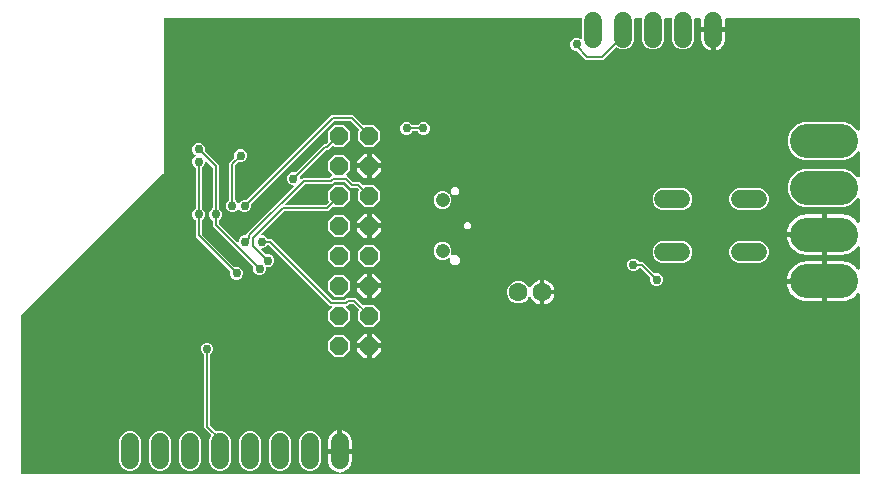
<source format=gbr>
G04 EAGLE Gerber X2 export*
%TF.Part,Single*%
%TF.FileFunction,Copper,L2,Bot,Mixed*%
%TF.FilePolarity,Positive*%
%TF.GenerationSoftware,Autodesk,EAGLE,9.0.0*%
%TF.CreationDate,2018-08-29T12:33:52Z*%
G75*
%MOMM*%
%FSLAX34Y34*%
%LPD*%
%AMOC8*
5,1,8,0,0,1.08239X$1,22.5*%
G01*
%ADD10C,1.524000*%
%ADD11P,1.649562X8X292.500000*%
%ADD12C,1.600000*%
%ADD13C,1.208000*%
%ADD14C,2.895600*%
%ADD15C,0.203200*%
%ADD16C,0.756400*%

G36*
X269025Y76823D02*
X269025Y76823D01*
X269088Y76822D01*
X269165Y76843D01*
X269244Y76854D01*
X269302Y76880D01*
X269363Y76897D01*
X269431Y76938D01*
X269504Y76971D01*
X269552Y77011D01*
X269606Y77044D01*
X269660Y77103D01*
X269721Y77154D01*
X269756Y77207D01*
X269798Y77253D01*
X269834Y77324D01*
X269878Y77391D01*
X269897Y77451D01*
X269925Y77507D01*
X269940Y77586D01*
X269964Y77662D01*
X269966Y77725D01*
X269977Y77787D01*
X269969Y77866D01*
X269971Y77946D01*
X269955Y78007D01*
X269949Y78070D01*
X269920Y78144D01*
X269900Y78221D01*
X269867Y78275D01*
X269844Y78334D01*
X269795Y78397D01*
X269754Y78466D01*
X269708Y78509D01*
X269670Y78558D01*
X269605Y78605D01*
X269547Y78660D01*
X269491Y78689D01*
X269440Y78726D01*
X269377Y78747D01*
X269294Y78790D01*
X269206Y78804D01*
X269122Y78833D01*
X268131Y78989D01*
X266610Y79484D01*
X265185Y80210D01*
X263891Y81150D01*
X262760Y82281D01*
X261820Y83575D01*
X261094Y85000D01*
X260599Y86521D01*
X260349Y88100D01*
X260349Y94489D01*
X269494Y94489D01*
X269552Y94497D01*
X269610Y94495D01*
X269692Y94517D01*
X269775Y94529D01*
X269829Y94553D01*
X269885Y94567D01*
X269958Y94610D01*
X270035Y94645D01*
X270079Y94683D01*
X270130Y94713D01*
X270187Y94774D01*
X270252Y94829D01*
X270284Y94877D01*
X270324Y94920D01*
X270363Y94995D01*
X270409Y95065D01*
X270427Y95121D01*
X270454Y95173D01*
X270465Y95241D01*
X270495Y95336D01*
X270498Y95436D01*
X270509Y95504D01*
X270509Y96521D01*
X270511Y96521D01*
X270511Y95504D01*
X270519Y95446D01*
X270518Y95388D01*
X270539Y95306D01*
X270551Y95223D01*
X270575Y95169D01*
X270589Y95113D01*
X270632Y95040D01*
X270667Y94963D01*
X270705Y94918D01*
X270735Y94868D01*
X270796Y94810D01*
X270851Y94746D01*
X270899Y94714D01*
X270942Y94674D01*
X271017Y94635D01*
X271087Y94589D01*
X271143Y94571D01*
X271195Y94544D01*
X271263Y94533D01*
X271358Y94503D01*
X271458Y94500D01*
X271526Y94489D01*
X280671Y94489D01*
X280671Y88100D01*
X280421Y86521D01*
X279926Y85000D01*
X279200Y83575D01*
X278260Y82281D01*
X277129Y81150D01*
X275835Y80210D01*
X274410Y79484D01*
X272889Y78989D01*
X271898Y78833D01*
X271838Y78814D01*
X271776Y78805D01*
X271703Y78773D01*
X271627Y78749D01*
X271574Y78715D01*
X271516Y78689D01*
X271455Y78637D01*
X271389Y78594D01*
X271347Y78546D01*
X271299Y78505D01*
X271255Y78439D01*
X271203Y78378D01*
X271177Y78321D01*
X271142Y78269D01*
X271118Y78193D01*
X271084Y78120D01*
X271075Y78058D01*
X271056Y77998D01*
X271054Y77918D01*
X271042Y77839D01*
X271050Y77776D01*
X271049Y77713D01*
X271069Y77636D01*
X271079Y77557D01*
X271105Y77499D01*
X271120Y77438D01*
X271161Y77370D01*
X271193Y77297D01*
X271233Y77248D01*
X271266Y77194D01*
X271324Y77139D01*
X271375Y77078D01*
X271427Y77043D01*
X271473Y76999D01*
X271544Y76963D01*
X271610Y76918D01*
X271670Y76899D01*
X271726Y76870D01*
X271791Y76859D01*
X271880Y76830D01*
X271969Y76829D01*
X272057Y76815D01*
X709570Y76815D01*
X709628Y76823D01*
X709687Y76821D01*
X709768Y76843D01*
X709852Y76854D01*
X709905Y76878D01*
X709962Y76893D01*
X710034Y76936D01*
X710111Y76971D01*
X710156Y77008D01*
X710206Y77038D01*
X710264Y77100D01*
X710328Y77154D01*
X710361Y77203D01*
X710401Y77246D01*
X710439Y77321D01*
X710486Y77391D01*
X710503Y77447D01*
X710530Y77499D01*
X710541Y77567D01*
X710571Y77662D01*
X710574Y77762D01*
X710585Y77830D01*
X710585Y229390D01*
X710572Y229485D01*
X710567Y229580D01*
X710552Y229625D01*
X710546Y229672D01*
X710507Y229759D01*
X710476Y229849D01*
X710449Y229888D01*
X710429Y229931D01*
X710368Y230004D01*
X710313Y230082D01*
X710276Y230112D01*
X710246Y230148D01*
X710166Y230201D01*
X710092Y230261D01*
X710048Y230279D01*
X710009Y230306D01*
X709918Y230335D01*
X709830Y230372D01*
X709783Y230377D01*
X709738Y230391D01*
X709643Y230394D01*
X709548Y230405D01*
X709501Y230398D01*
X709454Y230399D01*
X709361Y230375D01*
X709267Y230359D01*
X709224Y230339D01*
X709179Y230327D01*
X709097Y230278D01*
X709010Y230237D01*
X708980Y230209D01*
X708934Y230182D01*
X708820Y230059D01*
X708765Y230008D01*
X708021Y229039D01*
X706443Y227461D01*
X704673Y226103D01*
X702741Y224988D01*
X700680Y224134D01*
X698525Y223556D01*
X696314Y223265D01*
X682751Y223265D01*
X682751Y239268D01*
X682743Y239324D01*
X682745Y239371D01*
X682744Y239372D01*
X682745Y239384D01*
X682723Y239466D01*
X682711Y239549D01*
X682687Y239603D01*
X682673Y239659D01*
X682630Y239732D01*
X682595Y239809D01*
X682557Y239853D01*
X682527Y239904D01*
X682466Y239961D01*
X682411Y240026D01*
X682363Y240058D01*
X682320Y240098D01*
X682245Y240137D01*
X682175Y240183D01*
X682119Y240201D01*
X682067Y240228D01*
X681999Y240239D01*
X681904Y240269D01*
X681804Y240272D01*
X681736Y240283D01*
X680719Y240283D01*
X680719Y240285D01*
X681736Y240285D01*
X681794Y240293D01*
X681852Y240292D01*
X681934Y240313D01*
X682017Y240325D01*
X682071Y240349D01*
X682127Y240363D01*
X682200Y240406D01*
X682277Y240441D01*
X682322Y240479D01*
X682372Y240509D01*
X682430Y240570D01*
X682494Y240625D01*
X682526Y240673D01*
X682566Y240716D01*
X682605Y240791D01*
X682651Y240861D01*
X682669Y240917D01*
X682696Y240969D01*
X682707Y241037D01*
X682737Y241132D01*
X682740Y241232D01*
X682751Y241300D01*
X682751Y257303D01*
X696314Y257303D01*
X698525Y257012D01*
X700680Y256434D01*
X702741Y255580D01*
X704673Y254465D01*
X706443Y253107D01*
X708021Y251529D01*
X708765Y250560D01*
X708833Y250493D01*
X708895Y250420D01*
X708934Y250394D01*
X708968Y250361D01*
X709052Y250315D01*
X709131Y250262D01*
X709176Y250248D01*
X709218Y250226D01*
X709311Y250205D01*
X709402Y250177D01*
X709450Y250175D01*
X709496Y250165D01*
X709591Y250172D01*
X709687Y250169D01*
X709732Y250181D01*
X709779Y250184D01*
X709869Y250217D01*
X709962Y250241D01*
X710002Y250265D01*
X710047Y250281D01*
X710124Y250337D01*
X710206Y250386D01*
X710238Y250421D01*
X710276Y250448D01*
X710335Y250524D01*
X710401Y250594D01*
X710422Y250636D01*
X710451Y250673D01*
X710486Y250762D01*
X710530Y250847D01*
X710537Y250888D01*
X710556Y250937D01*
X710573Y251104D01*
X710585Y251178D01*
X710585Y269014D01*
X710572Y269109D01*
X710567Y269204D01*
X710552Y269249D01*
X710546Y269296D01*
X710507Y269383D01*
X710476Y269473D01*
X710449Y269512D01*
X710429Y269555D01*
X710368Y269628D01*
X710313Y269706D01*
X710276Y269736D01*
X710246Y269772D01*
X710166Y269825D01*
X710092Y269885D01*
X710048Y269903D01*
X710009Y269930D01*
X709918Y269959D01*
X709830Y269996D01*
X709783Y270001D01*
X709738Y270015D01*
X709643Y270018D01*
X709548Y270029D01*
X709501Y270022D01*
X709454Y270023D01*
X709361Y269999D01*
X709267Y269983D01*
X709224Y269963D01*
X709179Y269951D01*
X709097Y269902D01*
X709010Y269861D01*
X708980Y269833D01*
X708934Y269806D01*
X708820Y269683D01*
X708765Y269632D01*
X708021Y268663D01*
X706443Y267085D01*
X704673Y265727D01*
X702741Y264612D01*
X700680Y263758D01*
X698525Y263180D01*
X696314Y262889D01*
X682751Y262889D01*
X682751Y278892D01*
X682744Y278943D01*
X682745Y278966D01*
X682744Y278969D01*
X682745Y279008D01*
X682723Y279090D01*
X682711Y279173D01*
X682687Y279227D01*
X682673Y279283D01*
X682630Y279356D01*
X682595Y279433D01*
X682557Y279477D01*
X682527Y279528D01*
X682466Y279585D01*
X682411Y279650D01*
X682363Y279682D01*
X682320Y279722D01*
X682245Y279761D01*
X682175Y279807D01*
X682119Y279825D01*
X682067Y279852D01*
X681999Y279863D01*
X681904Y279893D01*
X681804Y279896D01*
X681736Y279907D01*
X680719Y279907D01*
X680719Y279909D01*
X681736Y279909D01*
X681794Y279917D01*
X681852Y279916D01*
X681934Y279937D01*
X682017Y279949D01*
X682071Y279973D01*
X682127Y279987D01*
X682200Y280030D01*
X682277Y280065D01*
X682322Y280103D01*
X682372Y280133D01*
X682430Y280194D01*
X682494Y280249D01*
X682526Y280297D01*
X682566Y280340D01*
X682605Y280415D01*
X682651Y280485D01*
X682669Y280541D01*
X682696Y280593D01*
X682707Y280661D01*
X682737Y280756D01*
X682740Y280856D01*
X682751Y280924D01*
X682751Y296927D01*
X696314Y296927D01*
X698525Y296636D01*
X700680Y296058D01*
X702741Y295204D01*
X704673Y294089D01*
X706443Y292731D01*
X708021Y291153D01*
X708765Y290184D01*
X708833Y290117D01*
X708895Y290044D01*
X708934Y290018D01*
X708968Y289985D01*
X709052Y289939D01*
X709131Y289886D01*
X709176Y289872D01*
X709218Y289850D01*
X709311Y289829D01*
X709402Y289801D01*
X709450Y289799D01*
X709496Y289789D01*
X709591Y289796D01*
X709687Y289793D01*
X709732Y289805D01*
X709779Y289808D01*
X709869Y289841D01*
X709962Y289865D01*
X710002Y289889D01*
X710047Y289905D01*
X710124Y289961D01*
X710206Y290010D01*
X710238Y290045D01*
X710276Y290072D01*
X710335Y290148D01*
X710401Y290218D01*
X710422Y290260D01*
X710451Y290297D01*
X710486Y290386D01*
X710530Y290471D01*
X710537Y290512D01*
X710556Y290561D01*
X710573Y290728D01*
X710585Y290802D01*
X710585Y309837D01*
X710581Y309866D01*
X710584Y309895D01*
X710562Y310006D01*
X710546Y310119D01*
X710534Y310145D01*
X710528Y310174D01*
X710476Y310275D01*
X710429Y310378D01*
X710410Y310401D01*
X710397Y310426D01*
X710319Y310509D01*
X710246Y310595D01*
X710221Y310611D01*
X710201Y310633D01*
X710103Y310690D01*
X710009Y310753D01*
X709981Y310762D01*
X709956Y310776D01*
X709846Y310804D01*
X709738Y310838D01*
X709709Y310839D01*
X709680Y310846D01*
X709567Y310843D01*
X709454Y310846D01*
X709425Y310838D01*
X709396Y310837D01*
X709288Y310803D01*
X709179Y310774D01*
X709154Y310759D01*
X709126Y310750D01*
X709062Y310704D01*
X708934Y310629D01*
X708892Y310583D01*
X708852Y310555D01*
X704263Y305966D01*
X698381Y303529D01*
X663059Y303529D01*
X657177Y305966D01*
X652676Y310467D01*
X650239Y316349D01*
X650239Y322715D01*
X652676Y328597D01*
X657177Y333098D01*
X663059Y335535D01*
X698381Y335535D01*
X704263Y333098D01*
X708852Y328509D01*
X708876Y328491D01*
X708895Y328469D01*
X708989Y328406D01*
X709079Y328338D01*
X709107Y328328D01*
X709131Y328311D01*
X709239Y328277D01*
X709345Y328237D01*
X709374Y328234D01*
X709402Y328226D01*
X709516Y328223D01*
X709628Y328213D01*
X709657Y328219D01*
X709687Y328218D01*
X709796Y328247D01*
X709907Y328269D01*
X709933Y328283D01*
X709962Y328290D01*
X710059Y328348D01*
X710160Y328400D01*
X710181Y328420D01*
X710206Y328435D01*
X710283Y328518D01*
X710366Y328596D01*
X710380Y328621D01*
X710401Y328643D01*
X710452Y328743D01*
X710509Y328841D01*
X710517Y328870D01*
X710530Y328896D01*
X710543Y328973D01*
X710579Y329117D01*
X710577Y329179D01*
X710585Y329227D01*
X710585Y349461D01*
X710581Y349490D01*
X710584Y349519D01*
X710562Y349630D01*
X710546Y349743D01*
X710534Y349769D01*
X710528Y349798D01*
X710476Y349899D01*
X710429Y350002D01*
X710410Y350025D01*
X710397Y350050D01*
X710319Y350133D01*
X710246Y350219D01*
X710221Y350235D01*
X710201Y350257D01*
X710103Y350314D01*
X710009Y350377D01*
X709981Y350386D01*
X709956Y350400D01*
X709846Y350428D01*
X709738Y350462D01*
X709709Y350463D01*
X709680Y350470D01*
X709567Y350467D01*
X709454Y350470D01*
X709425Y350462D01*
X709396Y350461D01*
X709288Y350427D01*
X709179Y350398D01*
X709154Y350383D01*
X709126Y350374D01*
X709062Y350328D01*
X708934Y350253D01*
X708892Y350207D01*
X708852Y350179D01*
X704263Y345590D01*
X698381Y343153D01*
X663059Y343153D01*
X657177Y345590D01*
X652676Y350091D01*
X650239Y355973D01*
X650239Y362339D01*
X652676Y368221D01*
X657177Y372722D01*
X663059Y375159D01*
X698381Y375159D01*
X704263Y372722D01*
X708852Y368133D01*
X708876Y368115D01*
X708895Y368093D01*
X708989Y368030D01*
X709079Y367962D01*
X709107Y367952D01*
X709131Y367935D01*
X709239Y367901D01*
X709345Y367861D01*
X709374Y367858D01*
X709402Y367850D01*
X709516Y367847D01*
X709628Y367837D01*
X709657Y367843D01*
X709687Y367842D01*
X709796Y367871D01*
X709907Y367893D01*
X709933Y367907D01*
X709962Y367914D01*
X710059Y367972D01*
X710160Y368024D01*
X710181Y368044D01*
X710206Y368059D01*
X710283Y368142D01*
X710366Y368220D01*
X710380Y368245D01*
X710401Y368267D01*
X710452Y368367D01*
X710509Y368465D01*
X710517Y368494D01*
X710530Y368520D01*
X710543Y368597D01*
X710579Y368741D01*
X710577Y368803D01*
X710585Y368851D01*
X710585Y461920D01*
X710577Y461978D01*
X710579Y462037D01*
X710557Y462118D01*
X710546Y462202D01*
X710522Y462255D01*
X710507Y462312D01*
X710464Y462384D01*
X710429Y462461D01*
X710392Y462506D01*
X710362Y462556D01*
X710300Y462614D01*
X710246Y462678D01*
X710197Y462711D01*
X710154Y462751D01*
X710079Y462789D01*
X710009Y462836D01*
X709953Y462853D01*
X709901Y462880D01*
X709833Y462891D01*
X709738Y462921D01*
X709638Y462924D01*
X709570Y462935D01*
X597911Y462935D01*
X597774Y462916D01*
X597638Y462898D01*
X597634Y462896D01*
X597630Y462896D01*
X597504Y462839D01*
X597377Y462784D01*
X597374Y462781D01*
X597370Y462779D01*
X597265Y462690D01*
X597159Y462602D01*
X597156Y462598D01*
X597153Y462596D01*
X597076Y462480D01*
X596999Y462367D01*
X596998Y462363D01*
X596996Y462359D01*
X596954Y462228D01*
X596911Y462096D01*
X596911Y462092D01*
X596910Y462088D01*
X596905Y461918D01*
X596901Y461890D01*
X596901Y455421D01*
X587756Y455421D01*
X587698Y455413D01*
X587640Y455415D01*
X587558Y455393D01*
X587475Y455381D01*
X587421Y455357D01*
X587365Y455343D01*
X587292Y455300D01*
X587215Y455265D01*
X587171Y455227D01*
X587120Y455197D01*
X587063Y455136D01*
X586998Y455081D01*
X586966Y455033D01*
X586926Y454990D01*
X586887Y454915D01*
X586841Y454845D01*
X586823Y454789D01*
X586796Y454737D01*
X586785Y454669D01*
X586755Y454574D01*
X586752Y454474D01*
X586741Y454406D01*
X586741Y453389D01*
X586739Y453389D01*
X586739Y454406D01*
X586731Y454464D01*
X586732Y454522D01*
X586711Y454604D01*
X586699Y454687D01*
X586675Y454741D01*
X586661Y454797D01*
X586618Y454870D01*
X586583Y454947D01*
X586545Y454992D01*
X586515Y455042D01*
X586454Y455100D01*
X586399Y455164D01*
X586351Y455196D01*
X586308Y455236D01*
X586233Y455275D01*
X586163Y455321D01*
X586107Y455339D01*
X586055Y455366D01*
X585987Y455377D01*
X585892Y455407D01*
X585792Y455410D01*
X585724Y455421D01*
X576579Y455421D01*
X576579Y461890D01*
X576575Y461923D01*
X576577Y462037D01*
X576576Y462041D01*
X576576Y462045D01*
X576540Y462178D01*
X576506Y462312D01*
X576504Y462315D01*
X576502Y462319D01*
X576431Y462438D01*
X576360Y462556D01*
X576357Y462559D01*
X576355Y462562D01*
X576255Y462655D01*
X576153Y462751D01*
X576149Y462752D01*
X576146Y462755D01*
X576024Y462816D01*
X575900Y462880D01*
X575896Y462881D01*
X575892Y462883D01*
X575613Y462935D01*
X575589Y462932D01*
X575569Y462935D01*
X571500Y462935D01*
X571442Y462927D01*
X571384Y462929D01*
X571302Y462907D01*
X571218Y462896D01*
X571165Y462872D01*
X571109Y462857D01*
X571036Y462814D01*
X570959Y462779D01*
X570914Y462742D01*
X570864Y462712D01*
X570806Y462650D01*
X570742Y462596D01*
X570710Y462547D01*
X570670Y462504D01*
X570631Y462429D01*
X570584Y462359D01*
X570567Y462303D01*
X570540Y462251D01*
X570529Y462183D01*
X570499Y462088D01*
X570496Y461988D01*
X570485Y461920D01*
X570485Y443951D01*
X569093Y440590D01*
X566520Y438017D01*
X563159Y436625D01*
X559521Y436625D01*
X556160Y438017D01*
X553587Y440590D01*
X552195Y443951D01*
X552195Y461920D01*
X552187Y461978D01*
X552189Y462037D01*
X552167Y462118D01*
X552155Y462202D01*
X552132Y462255D01*
X552117Y462312D01*
X552074Y462384D01*
X552039Y462461D01*
X552001Y462506D01*
X551972Y462556D01*
X551910Y462614D01*
X551856Y462678D01*
X551807Y462711D01*
X551764Y462751D01*
X551689Y462789D01*
X551619Y462836D01*
X551563Y462853D01*
X551511Y462880D01*
X551443Y462891D01*
X551348Y462921D01*
X551248Y462924D01*
X551180Y462935D01*
X546100Y462935D01*
X546042Y462927D01*
X545984Y462929D01*
X545902Y462907D01*
X545818Y462896D01*
X545765Y462872D01*
X545709Y462857D01*
X545636Y462814D01*
X545559Y462779D01*
X545514Y462742D01*
X545464Y462712D01*
X545406Y462650D01*
X545342Y462596D01*
X545310Y462547D01*
X545270Y462504D01*
X545231Y462429D01*
X545184Y462359D01*
X545167Y462303D01*
X545140Y462251D01*
X545129Y462183D01*
X545099Y462088D01*
X545096Y461988D01*
X545085Y461920D01*
X545085Y443951D01*
X543693Y440590D01*
X541120Y438017D01*
X537759Y436625D01*
X534121Y436625D01*
X530760Y438017D01*
X528187Y440590D01*
X526795Y443951D01*
X526795Y461920D01*
X526787Y461978D01*
X526789Y462037D01*
X526767Y462118D01*
X526755Y462202D01*
X526732Y462255D01*
X526717Y462312D01*
X526674Y462384D01*
X526639Y462461D01*
X526601Y462506D01*
X526572Y462556D01*
X526510Y462614D01*
X526456Y462678D01*
X526407Y462711D01*
X526364Y462751D01*
X526289Y462789D01*
X526219Y462836D01*
X526163Y462853D01*
X526111Y462880D01*
X526043Y462891D01*
X525948Y462921D01*
X525848Y462924D01*
X525780Y462935D01*
X520700Y462935D01*
X520642Y462927D01*
X520584Y462929D01*
X520502Y462907D01*
X520418Y462896D01*
X520365Y462872D01*
X520309Y462857D01*
X520236Y462814D01*
X520159Y462779D01*
X520114Y462742D01*
X520064Y462712D01*
X520006Y462650D01*
X519942Y462596D01*
X519910Y462547D01*
X519870Y462504D01*
X519831Y462429D01*
X519784Y462359D01*
X519767Y462303D01*
X519740Y462251D01*
X519729Y462183D01*
X519699Y462088D01*
X519696Y461988D01*
X519685Y461920D01*
X519685Y443951D01*
X518293Y440590D01*
X515720Y438017D01*
X512359Y436625D01*
X508721Y436625D01*
X505360Y438017D01*
X505318Y438059D01*
X505271Y438094D01*
X505231Y438137D01*
X505158Y438179D01*
X505091Y438230D01*
X505036Y438251D01*
X504986Y438281D01*
X504904Y438301D01*
X504825Y438331D01*
X504767Y438336D01*
X504710Y438351D01*
X504626Y438348D01*
X504542Y438355D01*
X504485Y438343D01*
X504426Y438342D01*
X504346Y438316D01*
X504263Y438299D01*
X504211Y438272D01*
X504156Y438254D01*
X504100Y438214D01*
X504011Y438168D01*
X503939Y438099D01*
X503882Y438059D01*
X493558Y427735D01*
X479008Y427735D01*
X477222Y429521D01*
X471403Y435340D01*
X471333Y435392D01*
X471269Y435452D01*
X471220Y435478D01*
X471176Y435511D01*
X471094Y435542D01*
X471016Y435582D01*
X470969Y435590D01*
X470910Y435612D01*
X470762Y435624D01*
X470685Y435637D01*
X470114Y435637D01*
X468164Y436445D01*
X466671Y437938D01*
X465863Y439888D01*
X465863Y442000D01*
X466671Y443950D01*
X468164Y445443D01*
X470114Y446251D01*
X472226Y446251D01*
X474176Y445443D01*
X474262Y445357D01*
X474286Y445339D01*
X474305Y445317D01*
X474399Y445254D01*
X474489Y445186D01*
X474517Y445175D01*
X474541Y445159D01*
X474649Y445125D01*
X474755Y445085D01*
X474784Y445082D01*
X474812Y445073D01*
X474925Y445070D01*
X475038Y445061D01*
X475067Y445067D01*
X475096Y445066D01*
X475206Y445095D01*
X475317Y445117D01*
X475343Y445130D01*
X475371Y445138D01*
X475468Y445195D01*
X475569Y445248D01*
X475591Y445268D01*
X475616Y445283D01*
X475693Y445366D01*
X475775Y445444D01*
X475790Y445469D01*
X475810Y445490D01*
X475862Y445591D01*
X475919Y445689D01*
X475926Y445717D01*
X475940Y445744D01*
X475953Y445821D01*
X475989Y445964D01*
X475987Y446027D01*
X475995Y446075D01*
X475995Y461920D01*
X475987Y461978D01*
X475989Y462037D01*
X475967Y462118D01*
X475955Y462202D01*
X475932Y462255D01*
X475917Y462312D01*
X475874Y462384D01*
X475839Y462461D01*
X475801Y462506D01*
X475772Y462556D01*
X475710Y462614D01*
X475656Y462678D01*
X475607Y462711D01*
X475564Y462751D01*
X475489Y462789D01*
X475419Y462836D01*
X475363Y462853D01*
X475311Y462880D01*
X475243Y462891D01*
X475148Y462921D01*
X475048Y462924D01*
X474980Y462935D01*
X122331Y462935D01*
X122273Y462927D01*
X122214Y462929D01*
X122133Y462907D01*
X122049Y462896D01*
X121996Y462872D01*
X121939Y462857D01*
X121867Y462814D01*
X121790Y462779D01*
X121745Y462742D01*
X121695Y462712D01*
X121637Y462650D01*
X121573Y462596D01*
X121540Y462547D01*
X121500Y462504D01*
X121462Y462429D01*
X121415Y462359D01*
X121397Y462303D01*
X121371Y462251D01*
X121359Y462183D01*
X121329Y462088D01*
X121327Y461988D01*
X121315Y461920D01*
X121315Y332983D01*
X121315Y332054D01*
X120658Y331396D01*
X912Y211650D01*
X859Y211580D01*
X799Y211517D01*
X774Y211467D01*
X741Y211423D01*
X710Y211341D01*
X670Y211263D01*
X662Y211216D01*
X640Y211157D01*
X627Y211010D01*
X615Y210932D01*
X615Y77830D01*
X623Y77772D01*
X621Y77713D01*
X643Y77632D01*
X654Y77548D01*
X678Y77495D01*
X693Y77438D01*
X736Y77366D01*
X771Y77289D01*
X808Y77244D01*
X838Y77194D01*
X900Y77136D01*
X954Y77072D01*
X1003Y77039D01*
X1046Y76999D01*
X1121Y76961D01*
X1191Y76914D01*
X1247Y76897D01*
X1299Y76870D01*
X1367Y76859D01*
X1462Y76828D01*
X1562Y76826D01*
X1630Y76815D01*
X268963Y76815D01*
X269025Y76823D01*
G37*
%LPC*%
G36*
X266214Y201929D02*
X266214Y201929D01*
X260857Y207286D01*
X260857Y214862D01*
X263972Y217976D01*
X263989Y218000D01*
X264012Y218019D01*
X264074Y218113D01*
X264142Y218203D01*
X264153Y218231D01*
X264169Y218255D01*
X264203Y218363D01*
X264244Y218469D01*
X264246Y218498D01*
X264255Y218526D01*
X264258Y218640D01*
X264267Y218752D01*
X264261Y218781D01*
X264262Y218810D01*
X264234Y218920D01*
X264211Y219031D01*
X264198Y219057D01*
X264190Y219085D01*
X264133Y219183D01*
X264080Y219283D01*
X264060Y219305D01*
X264045Y219330D01*
X263963Y219407D01*
X263885Y219489D01*
X263859Y219504D01*
X263838Y219524D01*
X263737Y219576D01*
X263639Y219633D01*
X263611Y219640D01*
X263585Y219654D01*
X263507Y219667D01*
X263364Y219703D01*
X263301Y219701D01*
X263254Y219709D01*
X262092Y219709D01*
X210827Y270974D01*
X210757Y271026D01*
X210693Y271086D01*
X210644Y271112D01*
X210600Y271145D01*
X210518Y271176D01*
X210440Y271216D01*
X210393Y271224D01*
X210334Y271246D01*
X210186Y271258D01*
X210109Y271271D01*
X209840Y271271D01*
X209838Y271271D01*
X209837Y271271D01*
X209696Y271251D01*
X209558Y271231D01*
X209557Y271231D01*
X209555Y271231D01*
X209426Y271172D01*
X209299Y271115D01*
X209298Y271114D01*
X209296Y271113D01*
X209190Y271023D01*
X209082Y270932D01*
X209081Y270930D01*
X209080Y270929D01*
X209072Y270917D01*
X209057Y270894D01*
X207476Y269313D01*
X205526Y268505D01*
X205153Y268505D01*
X205124Y268501D01*
X205095Y268504D01*
X204984Y268481D01*
X204871Y268465D01*
X204845Y268453D01*
X204816Y268448D01*
X204715Y268395D01*
X204612Y268349D01*
X204590Y268330D01*
X204564Y268317D01*
X204481Y268239D01*
X204395Y268166D01*
X204379Y268141D01*
X204357Y268121D01*
X204300Y268023D01*
X204237Y267929D01*
X204229Y267901D01*
X204214Y267876D01*
X204186Y267766D01*
X204152Y267658D01*
X204151Y267628D01*
X204144Y267600D01*
X204147Y267487D01*
X204144Y267374D01*
X204152Y267345D01*
X204153Y267316D01*
X204188Y267208D01*
X204216Y267099D01*
X204231Y267073D01*
X204240Y267045D01*
X204286Y266982D01*
X204361Y266854D01*
X204407Y266811D01*
X204435Y266772D01*
X207803Y263404D01*
X207805Y263403D01*
X207806Y263401D01*
X207924Y263313D01*
X208031Y263233D01*
X208032Y263232D01*
X208034Y263231D01*
X208167Y263181D01*
X208296Y263132D01*
X208298Y263131D01*
X208300Y263131D01*
X208443Y263119D01*
X208580Y263108D01*
X208581Y263108D01*
X208583Y263108D01*
X208600Y263112D01*
X208623Y263117D01*
X210860Y263117D01*
X212810Y262309D01*
X214303Y260816D01*
X215111Y258866D01*
X215111Y256754D01*
X214303Y254804D01*
X212810Y253311D01*
X210860Y252503D01*
X209014Y252503D01*
X208956Y252495D01*
X208898Y252497D01*
X208816Y252475D01*
X208732Y252463D01*
X208679Y252440D01*
X208623Y252425D01*
X208550Y252382D01*
X208473Y252347D01*
X208428Y252309D01*
X208378Y252280D01*
X208320Y252218D01*
X208256Y252164D01*
X208224Y252115D01*
X208184Y252072D01*
X208145Y251997D01*
X208098Y251927D01*
X208081Y251871D01*
X208054Y251819D01*
X208043Y251751D01*
X208013Y251656D01*
X208010Y251556D01*
X207999Y251488D01*
X207999Y249642D01*
X207191Y247692D01*
X205698Y246199D01*
X203748Y245391D01*
X201636Y245391D01*
X199686Y246199D01*
X198193Y247692D01*
X197385Y249642D01*
X197385Y251851D01*
X197389Y251867D01*
X197389Y251869D01*
X197390Y251871D01*
X197385Y252004D01*
X197381Y252151D01*
X197381Y252153D01*
X197381Y252155D01*
X197338Y252287D01*
X197295Y252422D01*
X197294Y252424D01*
X197293Y252425D01*
X197284Y252438D01*
X197137Y252658D01*
X197113Y252678D01*
X197098Y252699D01*
X162813Y286984D01*
X162813Y291556D01*
X162813Y291558D01*
X162813Y291559D01*
X162793Y291700D01*
X162773Y291838D01*
X162773Y291839D01*
X162773Y291841D01*
X162714Y291970D01*
X162657Y292097D01*
X162656Y292098D01*
X162655Y292100D01*
X162565Y292206D01*
X162474Y292314D01*
X162472Y292315D01*
X162471Y292316D01*
X162459Y292324D01*
X162436Y292339D01*
X160855Y293920D01*
X160047Y295870D01*
X160047Y297982D01*
X160855Y299932D01*
X162417Y301494D01*
X162431Y301502D01*
X162432Y301504D01*
X162434Y301504D01*
X162532Y301609D01*
X162627Y301709D01*
X162627Y301711D01*
X162628Y301712D01*
X162693Y301837D01*
X162757Y301962D01*
X162757Y301963D01*
X162758Y301965D01*
X162760Y301979D01*
X162812Y302241D01*
X162809Y302271D01*
X162813Y302296D01*
X162813Y336347D01*
X162801Y336434D01*
X162798Y336521D01*
X162781Y336574D01*
X162773Y336629D01*
X162738Y336708D01*
X162711Y336792D01*
X162683Y336831D01*
X162657Y336888D01*
X162561Y337001D01*
X162516Y337065D01*
X158170Y341411D01*
X158146Y341429D01*
X158127Y341451D01*
X158033Y341514D01*
X157943Y341582D01*
X157915Y341592D01*
X157891Y341609D01*
X157783Y341643D01*
X157677Y341683D01*
X157648Y341686D01*
X157620Y341694D01*
X157506Y341697D01*
X157394Y341707D01*
X157365Y341701D01*
X157336Y341702D01*
X157226Y341673D01*
X157115Y341651D01*
X157089Y341637D01*
X157061Y341630D01*
X156963Y341572D01*
X156863Y341520D01*
X156841Y341500D01*
X156816Y341485D01*
X156739Y341402D01*
X156657Y341324D01*
X156642Y341299D01*
X156622Y341277D01*
X156570Y341176D01*
X156513Y341079D01*
X156506Y341050D01*
X156492Y341024D01*
X156479Y340947D01*
X156443Y340803D01*
X156445Y340741D01*
X156437Y340693D01*
X156437Y340320D01*
X155629Y338370D01*
X154067Y336808D01*
X154053Y336800D01*
X154052Y336798D01*
X154050Y336798D01*
X153952Y336693D01*
X153857Y336593D01*
X153857Y336591D01*
X153856Y336590D01*
X153791Y336465D01*
X153727Y336340D01*
X153727Y336339D01*
X153726Y336337D01*
X153724Y336322D01*
X153672Y336061D01*
X153675Y336031D01*
X153671Y336006D01*
X153671Y302296D01*
X153671Y302294D01*
X153671Y302293D01*
X153691Y302152D01*
X153711Y302014D01*
X153711Y302013D01*
X153711Y302011D01*
X153772Y301878D01*
X153827Y301755D01*
X153828Y301754D01*
X153829Y301752D01*
X153921Y301644D01*
X154010Y301538D01*
X154012Y301537D01*
X154013Y301536D01*
X154025Y301528D01*
X154048Y301513D01*
X155629Y299932D01*
X156437Y297982D01*
X156437Y295870D01*
X155629Y293920D01*
X154067Y292358D01*
X154053Y292350D01*
X154052Y292348D01*
X154050Y292348D01*
X153952Y292243D01*
X153857Y292143D01*
X153857Y292141D01*
X153856Y292140D01*
X153791Y292014D01*
X153727Y291890D01*
X153727Y291889D01*
X153726Y291887D01*
X153724Y291872D01*
X153672Y291611D01*
X153675Y291581D01*
X153671Y291556D01*
X153671Y280619D01*
X153683Y280532D01*
X153686Y280445D01*
X153703Y280392D01*
X153711Y280337D01*
X153746Y280258D01*
X153773Y280174D01*
X153801Y280135D01*
X153827Y280078D01*
X153923Y279965D01*
X153968Y279901D01*
X181133Y252736D01*
X181135Y252735D01*
X181136Y252733D01*
X181209Y252678D01*
X181253Y252638D01*
X181287Y252620D01*
X181361Y252565D01*
X181362Y252564D01*
X181364Y252563D01*
X181497Y252513D01*
X181506Y252508D01*
X181512Y252507D01*
X181626Y252464D01*
X181628Y252463D01*
X181630Y252463D01*
X181773Y252451D01*
X181910Y252440D01*
X181911Y252440D01*
X181913Y252440D01*
X181930Y252444D01*
X181953Y252449D01*
X184190Y252449D01*
X186140Y251641D01*
X187633Y250148D01*
X188441Y248198D01*
X188441Y246086D01*
X187633Y244136D01*
X186140Y242643D01*
X184190Y241835D01*
X182078Y241835D01*
X180128Y242643D01*
X178635Y244136D01*
X177827Y246086D01*
X177827Y248295D01*
X177831Y248311D01*
X177831Y248313D01*
X177832Y248315D01*
X177827Y248453D01*
X177823Y248595D01*
X177823Y248597D01*
X177823Y248599D01*
X177780Y248731D01*
X177737Y248866D01*
X177736Y248868D01*
X177735Y248869D01*
X177726Y248882D01*
X177579Y249102D01*
X177555Y249122D01*
X177540Y249143D01*
X148589Y278094D01*
X148589Y291556D01*
X148589Y291558D01*
X148589Y291559D01*
X148569Y291700D01*
X148549Y291838D01*
X148549Y291839D01*
X148549Y291841D01*
X148490Y291970D01*
X148433Y292097D01*
X148432Y292098D01*
X148431Y292100D01*
X148341Y292206D01*
X148250Y292314D01*
X148248Y292315D01*
X148247Y292316D01*
X148235Y292324D01*
X148212Y292339D01*
X146631Y293920D01*
X145823Y295870D01*
X145823Y297982D01*
X146631Y299932D01*
X148193Y301494D01*
X148207Y301502D01*
X148208Y301504D01*
X148210Y301504D01*
X148308Y301609D01*
X148403Y301709D01*
X148403Y301711D01*
X148404Y301712D01*
X148469Y301837D01*
X148533Y301962D01*
X148533Y301963D01*
X148534Y301965D01*
X148536Y301979D01*
X148588Y302241D01*
X148585Y302271D01*
X148589Y302296D01*
X148589Y336006D01*
X148589Y336008D01*
X148589Y336009D01*
X148570Y336143D01*
X148549Y336288D01*
X148549Y336289D01*
X148549Y336291D01*
X148490Y336420D01*
X148433Y336547D01*
X148432Y336548D01*
X148431Y336550D01*
X148341Y336656D01*
X148250Y336764D01*
X148248Y336765D01*
X148247Y336766D01*
X148235Y336774D01*
X148212Y336789D01*
X146631Y338370D01*
X145823Y340320D01*
X145823Y342432D01*
X146631Y344382D01*
X148241Y345992D01*
X148276Y346039D01*
X148319Y346079D01*
X148362Y346152D01*
X148412Y346219D01*
X148433Y346274D01*
X148463Y346324D01*
X148483Y346406D01*
X148513Y346485D01*
X148518Y346543D01*
X148533Y346600D01*
X148530Y346684D01*
X148537Y346768D01*
X148525Y346826D01*
X148524Y346884D01*
X148498Y346964D01*
X148481Y347047D01*
X148454Y347099D01*
X148436Y347155D01*
X148396Y347211D01*
X148350Y347299D01*
X148281Y347372D01*
X148241Y347428D01*
X146631Y349038D01*
X145823Y350988D01*
X145823Y353100D01*
X146631Y355050D01*
X148124Y356543D01*
X150074Y357351D01*
X152186Y357351D01*
X154136Y356543D01*
X155629Y355050D01*
X156437Y353100D01*
X156437Y350891D01*
X156433Y350875D01*
X156433Y350873D01*
X156432Y350871D01*
X156437Y350732D01*
X156441Y350591D01*
X156441Y350589D01*
X156441Y350587D01*
X156484Y350455D01*
X156527Y350320D01*
X156528Y350318D01*
X156529Y350317D01*
X156538Y350304D01*
X156685Y350084D01*
X156709Y350064D01*
X156724Y350043D01*
X167895Y338872D01*
X167895Y302296D01*
X167895Y302294D01*
X167895Y302293D01*
X167915Y302152D01*
X167935Y302014D01*
X167935Y302013D01*
X167935Y302011D01*
X167996Y301878D01*
X168051Y301755D01*
X168052Y301754D01*
X168053Y301752D01*
X168145Y301644D01*
X168234Y301538D01*
X168236Y301537D01*
X168237Y301536D01*
X168249Y301528D01*
X168272Y301513D01*
X169853Y299932D01*
X170661Y297982D01*
X170661Y295870D01*
X169853Y293920D01*
X168291Y292358D01*
X168277Y292350D01*
X168276Y292348D01*
X168274Y292348D01*
X168176Y292243D01*
X168081Y292143D01*
X168081Y292141D01*
X168080Y292140D01*
X168015Y292014D01*
X167951Y291890D01*
X167951Y291889D01*
X167950Y291887D01*
X167948Y291872D01*
X167896Y291611D01*
X167899Y291581D01*
X167895Y291556D01*
X167895Y289509D01*
X167907Y289422D01*
X167910Y289335D01*
X167927Y289282D01*
X167935Y289227D01*
X167970Y289148D01*
X167997Y289064D01*
X168025Y289025D01*
X168051Y288968D01*
X168147Y288855D01*
X168192Y288791D01*
X183206Y273777D01*
X183230Y273759D01*
X183249Y273737D01*
X183343Y273674D01*
X183433Y273606D01*
X183461Y273596D01*
X183485Y273579D01*
X183593Y273545D01*
X183699Y273505D01*
X183728Y273502D01*
X183756Y273494D01*
X183870Y273491D01*
X183982Y273481D01*
X184011Y273487D01*
X184040Y273486D01*
X184150Y273515D01*
X184261Y273537D01*
X184287Y273551D01*
X184315Y273558D01*
X184413Y273616D01*
X184513Y273668D01*
X184535Y273688D01*
X184560Y273703D01*
X184637Y273786D01*
X184719Y273864D01*
X184734Y273889D01*
X184754Y273911D01*
X184806Y274012D01*
X184863Y274109D01*
X184870Y274138D01*
X184884Y274164D01*
X184897Y274241D01*
X184933Y274385D01*
X184931Y274447D01*
X184939Y274495D01*
X184939Y274868D01*
X185747Y276818D01*
X187240Y278311D01*
X189190Y279119D01*
X190246Y279119D01*
X190304Y279127D01*
X190362Y279125D01*
X190444Y279147D01*
X190528Y279159D01*
X190581Y279182D01*
X190637Y279197D01*
X190710Y279240D01*
X190787Y279275D01*
X190832Y279313D01*
X190882Y279342D01*
X190940Y279404D01*
X191004Y279458D01*
X191036Y279507D01*
X191076Y279550D01*
X191115Y279625D01*
X191162Y279695D01*
X191179Y279751D01*
X191206Y279803D01*
X191217Y279871D01*
X191247Y279966D01*
X191250Y280066D01*
X191261Y280134D01*
X191261Y280198D01*
X231175Y320112D01*
X231193Y320136D01*
X231215Y320155D01*
X231278Y320249D01*
X231346Y320339D01*
X231356Y320367D01*
X231373Y320391D01*
X231407Y320499D01*
X231447Y320605D01*
X231450Y320634D01*
X231458Y320662D01*
X231461Y320776D01*
X231471Y320888D01*
X231465Y320917D01*
X231466Y320946D01*
X231437Y321056D01*
X231415Y321167D01*
X231401Y321193D01*
X231394Y321221D01*
X231336Y321319D01*
X231284Y321419D01*
X231264Y321441D01*
X231249Y321466D01*
X231166Y321543D01*
X231088Y321625D01*
X231063Y321640D01*
X231041Y321660D01*
X230940Y321712D01*
X230843Y321769D01*
X230814Y321776D01*
X230788Y321790D01*
X230711Y321803D01*
X230567Y321839D01*
X230505Y321837D01*
X230457Y321845D01*
X230084Y321845D01*
X228134Y322653D01*
X226641Y324146D01*
X225833Y326096D01*
X225833Y328208D01*
X226641Y330158D01*
X228134Y331651D01*
X230084Y332459D01*
X232293Y332459D01*
X232309Y332455D01*
X232311Y332455D01*
X232313Y332454D01*
X232452Y332459D01*
X232593Y332463D01*
X232595Y332463D01*
X232597Y332463D01*
X232729Y332506D01*
X232864Y332549D01*
X232866Y332550D01*
X232867Y332551D01*
X232880Y332560D01*
X233100Y332707D01*
X233120Y332731D01*
X233141Y332746D01*
X256758Y356363D01*
X258115Y356363D01*
X258202Y356375D01*
X258289Y356378D01*
X258342Y356395D01*
X258397Y356403D01*
X258476Y356438D01*
X258560Y356465D01*
X258599Y356493D01*
X258656Y356519D01*
X258769Y356615D01*
X258833Y356660D01*
X260640Y358467D01*
X260675Y358514D01*
X260718Y358554D01*
X260760Y358627D01*
X260811Y358695D01*
X260832Y358749D01*
X260862Y358800D01*
X260882Y358881D01*
X260912Y358960D01*
X260917Y359019D01*
X260932Y359075D01*
X260929Y359159D01*
X260936Y359244D01*
X260924Y359301D01*
X260923Y359359D01*
X260897Y359440D01*
X260880Y359522D01*
X260857Y359566D01*
X260857Y367262D01*
X266214Y372619D01*
X273790Y372619D01*
X279147Y367262D01*
X279147Y359686D01*
X273790Y354329D01*
X266214Y354329D01*
X265669Y354874D01*
X265622Y354909D01*
X265582Y354952D01*
X265509Y354994D01*
X265442Y355045D01*
X265387Y355066D01*
X265337Y355096D01*
X265255Y355116D01*
X265176Y355146D01*
X265118Y355151D01*
X265061Y355166D01*
X264977Y355163D01*
X264893Y355170D01*
X264836Y355158D01*
X264777Y355157D01*
X264697Y355131D01*
X264614Y355114D01*
X264562Y355087D01*
X264507Y355069D01*
X264450Y355029D01*
X264362Y354983D01*
X264290Y354914D01*
X264233Y354874D01*
X260640Y351281D01*
X259283Y351281D01*
X259196Y351269D01*
X259109Y351266D01*
X259056Y351249D01*
X259001Y351241D01*
X258922Y351206D01*
X258838Y351179D01*
X258799Y351151D01*
X258742Y351125D01*
X258629Y351029D01*
X258565Y350984D01*
X236734Y329153D01*
X236733Y329151D01*
X236731Y329150D01*
X236643Y329032D01*
X236563Y328925D01*
X236562Y328924D01*
X236561Y328922D01*
X236511Y328789D01*
X236462Y328660D01*
X236461Y328658D01*
X236461Y328656D01*
X236449Y328509D01*
X236438Y328376D01*
X236438Y328375D01*
X236438Y328373D01*
X236442Y328356D01*
X236447Y328333D01*
X236447Y327835D01*
X236451Y327806D01*
X236448Y327777D01*
X236471Y327666D01*
X236487Y327553D01*
X236499Y327527D01*
X236504Y327498D01*
X236557Y327397D01*
X236603Y327294D01*
X236622Y327272D01*
X236635Y327246D01*
X236713Y327163D01*
X236786Y327077D01*
X236811Y327061D01*
X236831Y327039D01*
X236929Y326982D01*
X237023Y326919D01*
X237051Y326911D01*
X237076Y326896D01*
X237186Y326868D01*
X237294Y326834D01*
X237324Y326833D01*
X237352Y326826D01*
X237465Y326829D01*
X237578Y326826D01*
X237607Y326834D01*
X237636Y326835D01*
X237744Y326870D01*
X237853Y326898D01*
X237879Y326913D01*
X237907Y326922D01*
X237971Y326968D01*
X238098Y327043D01*
X238141Y327089D01*
X238180Y327117D01*
X238978Y327915D01*
X261671Y327915D01*
X261758Y327927D01*
X261845Y327930D01*
X261898Y327947D01*
X261953Y327955D01*
X262032Y327990D01*
X262116Y328017D01*
X262155Y328045D01*
X262212Y328071D01*
X262325Y328167D01*
X262389Y328212D01*
X263942Y329765D01*
X263977Y329812D01*
X264020Y329852D01*
X264062Y329925D01*
X264113Y329993D01*
X264134Y330047D01*
X264164Y330098D01*
X264184Y330179D01*
X264214Y330258D01*
X264219Y330317D01*
X264234Y330373D01*
X264231Y330458D01*
X264238Y330542D01*
X264226Y330599D01*
X264225Y330657D01*
X264199Y330738D01*
X264182Y330820D01*
X264155Y330872D01*
X264137Y330928D01*
X264097Y330984D01*
X264051Y331073D01*
X263982Y331145D01*
X263942Y331201D01*
X260857Y334286D01*
X260857Y341862D01*
X266214Y347219D01*
X273790Y347219D01*
X279147Y341862D01*
X279147Y334286D01*
X276286Y331426D01*
X276269Y331402D01*
X276246Y331383D01*
X276184Y331289D01*
X276116Y331199D01*
X276105Y331171D01*
X276089Y331147D01*
X276055Y331039D01*
X276014Y330933D01*
X276012Y330904D01*
X276003Y330876D01*
X276000Y330762D01*
X275991Y330650D01*
X275997Y330621D01*
X275996Y330592D01*
X276024Y330482D01*
X276047Y330371D01*
X276060Y330345D01*
X276068Y330317D01*
X276125Y330219D01*
X276178Y330119D01*
X276198Y330097D01*
X276213Y330072D01*
X276295Y329995D01*
X276373Y329913D01*
X276399Y329898D01*
X276420Y329878D01*
X276497Y329839D01*
X281679Y324656D01*
X281749Y324604D01*
X281813Y324544D01*
X281862Y324518D01*
X281906Y324485D01*
X281988Y324454D01*
X282066Y324414D01*
X282113Y324406D01*
X282172Y324384D01*
X282320Y324372D01*
X282397Y324359D01*
X287310Y324359D01*
X290014Y321655D01*
X290061Y321620D01*
X290101Y321577D01*
X290174Y321535D01*
X290242Y321484D01*
X290296Y321463D01*
X290347Y321433D01*
X290428Y321413D01*
X290507Y321383D01*
X290566Y321378D01*
X290622Y321363D01*
X290706Y321366D01*
X290791Y321359D01*
X290848Y321371D01*
X290906Y321372D01*
X290987Y321398D01*
X291069Y321415D01*
X291121Y321442D01*
X291177Y321460D01*
X291233Y321500D01*
X291322Y321546D01*
X291394Y321615D01*
X291450Y321655D01*
X291614Y321819D01*
X299190Y321819D01*
X304547Y316462D01*
X304547Y308886D01*
X299190Y303529D01*
X291614Y303529D01*
X286257Y308886D01*
X286257Y316462D01*
X286421Y316626D01*
X286456Y316673D01*
X286499Y316713D01*
X286542Y316786D01*
X286592Y316853D01*
X286613Y316908D01*
X286643Y316958D01*
X286663Y317040D01*
X286693Y317119D01*
X286698Y317177D01*
X286713Y317234D01*
X286710Y317318D01*
X286717Y317402D01*
X286705Y317459D01*
X286704Y317518D01*
X286678Y317598D01*
X286661Y317681D01*
X286634Y317733D01*
X286616Y317788D01*
X286576Y317845D01*
X286530Y317933D01*
X286461Y318005D01*
X286421Y318062D01*
X285503Y318980D01*
X285433Y319032D01*
X285369Y319092D01*
X285320Y319118D01*
X285276Y319151D01*
X285194Y319182D01*
X285116Y319222D01*
X285069Y319230D01*
X285010Y319252D01*
X284862Y319264D01*
X284785Y319277D01*
X279872Y319277D01*
X278086Y321063D01*
X274835Y324314D01*
X274765Y324366D01*
X274701Y324426D01*
X274652Y324452D01*
X274608Y324485D01*
X274526Y324516D01*
X274448Y324556D01*
X274401Y324564D01*
X274342Y324586D01*
X274194Y324598D01*
X274117Y324611D01*
X266395Y324611D01*
X266308Y324599D01*
X266221Y324596D01*
X266168Y324579D01*
X266113Y324571D01*
X266034Y324536D01*
X265950Y324509D01*
X265911Y324481D01*
X265854Y324455D01*
X265741Y324359D01*
X265677Y324314D01*
X264196Y322833D01*
X241503Y322833D01*
X241416Y322821D01*
X241329Y322818D01*
X241276Y322801D01*
X241221Y322793D01*
X241142Y322758D01*
X241058Y322731D01*
X241019Y322703D01*
X240962Y322677D01*
X240849Y322581D01*
X240785Y322536D01*
X224783Y306534D01*
X224765Y306510D01*
X224743Y306491D01*
X224680Y306397D01*
X224612Y306307D01*
X224602Y306279D01*
X224585Y306255D01*
X224551Y306147D01*
X224511Y306041D01*
X224508Y306012D01*
X224500Y305984D01*
X224497Y305870D01*
X224487Y305758D01*
X224493Y305729D01*
X224492Y305700D01*
X224521Y305590D01*
X224543Y305479D01*
X224557Y305453D01*
X224564Y305425D01*
X224622Y305327D01*
X224674Y305227D01*
X224694Y305205D01*
X224709Y305180D01*
X224792Y305103D01*
X224870Y305021D01*
X224895Y305006D01*
X224917Y304986D01*
X225018Y304934D01*
X225115Y304877D01*
X225144Y304870D01*
X225170Y304856D01*
X225247Y304843D01*
X225391Y304807D01*
X225453Y304809D01*
X225501Y304801D01*
X258115Y304801D01*
X258202Y304813D01*
X258289Y304816D01*
X258342Y304833D01*
X258397Y304841D01*
X258476Y304876D01*
X258560Y304903D01*
X258599Y304931D01*
X258656Y304957D01*
X258769Y305053D01*
X258833Y305098D01*
X261021Y307286D01*
X261056Y307333D01*
X261099Y307373D01*
X261142Y307446D01*
X261192Y307514D01*
X261213Y307568D01*
X261243Y307619D01*
X261263Y307701D01*
X261293Y307779D01*
X261298Y307837D01*
X261313Y307894D01*
X261310Y307979D01*
X261317Y308063D01*
X261305Y308120D01*
X261304Y308178D01*
X261278Y308259D01*
X261261Y308341D01*
X261234Y308393D01*
X261216Y308449D01*
X261176Y308505D01*
X261130Y308594D01*
X261061Y308666D01*
X261021Y308722D01*
X260857Y308886D01*
X260857Y316462D01*
X266214Y321819D01*
X273790Y321819D01*
X279147Y316462D01*
X279147Y308886D01*
X273790Y303529D01*
X266214Y303529D01*
X266050Y303693D01*
X266004Y303728D01*
X265963Y303771D01*
X265890Y303813D01*
X265823Y303864D01*
X265768Y303885D01*
X265718Y303915D01*
X265636Y303935D01*
X265557Y303965D01*
X265499Y303970D01*
X265442Y303985D01*
X265358Y303982D01*
X265274Y303989D01*
X265217Y303977D01*
X265158Y303976D01*
X265078Y303950D01*
X264995Y303933D01*
X264943Y303906D01*
X264888Y303888D01*
X264832Y303848D01*
X264743Y303802D01*
X264671Y303733D01*
X264614Y303693D01*
X260640Y299719D01*
X223723Y299719D01*
X223636Y299707D01*
X223549Y299704D01*
X223496Y299687D01*
X223441Y299679D01*
X223362Y299644D01*
X223278Y299617D01*
X223239Y299589D01*
X223182Y299563D01*
X223069Y299467D01*
X223005Y299422D01*
X204435Y280852D01*
X204417Y280828D01*
X204395Y280809D01*
X204332Y280715D01*
X204264Y280625D01*
X204254Y280597D01*
X204237Y280573D01*
X204203Y280465D01*
X204163Y280359D01*
X204160Y280330D01*
X204152Y280302D01*
X204149Y280188D01*
X204139Y280076D01*
X204145Y280047D01*
X204144Y280018D01*
X204173Y279908D01*
X204195Y279797D01*
X204209Y279771D01*
X204216Y279743D01*
X204274Y279645D01*
X204326Y279545D01*
X204346Y279523D01*
X204361Y279498D01*
X204444Y279421D01*
X204522Y279339D01*
X204547Y279324D01*
X204569Y279304D01*
X204670Y279252D01*
X204767Y279195D01*
X204796Y279188D01*
X204822Y279174D01*
X204899Y279161D01*
X205043Y279125D01*
X205105Y279127D01*
X205153Y279119D01*
X205526Y279119D01*
X207476Y278311D01*
X209038Y276749D01*
X209046Y276735D01*
X209048Y276734D01*
X209048Y276732D01*
X209153Y276634D01*
X209253Y276539D01*
X209255Y276539D01*
X209256Y276538D01*
X209381Y276473D01*
X209506Y276409D01*
X209507Y276409D01*
X209509Y276408D01*
X209524Y276406D01*
X209785Y276354D01*
X209815Y276357D01*
X209840Y276353D01*
X212634Y276353D01*
X263899Y225088D01*
X263969Y225036D01*
X264033Y224976D01*
X264082Y224950D01*
X264126Y224917D01*
X264208Y224886D01*
X264286Y224846D01*
X264333Y224838D01*
X264392Y224816D01*
X264540Y224804D01*
X264617Y224791D01*
X274117Y224791D01*
X274204Y224803D01*
X274291Y224806D01*
X274344Y224823D01*
X274399Y224831D01*
X274478Y224866D01*
X274562Y224893D01*
X274601Y224921D01*
X274658Y224947D01*
X274771Y225043D01*
X274835Y225088D01*
X276316Y226569D01*
X283754Y226569D01*
X290141Y220182D01*
X290188Y220147D01*
X290228Y220104D01*
X290301Y220061D01*
X290369Y220011D01*
X290423Y219990D01*
X290474Y219960D01*
X290556Y219940D01*
X290634Y219910D01*
X290692Y219905D01*
X290749Y219890D01*
X290834Y219893D01*
X290918Y219886D01*
X290975Y219898D01*
X291033Y219899D01*
X291114Y219925D01*
X291196Y219942D01*
X291248Y219969D01*
X291304Y219987D01*
X291360Y220027D01*
X291449Y220073D01*
X291521Y220142D01*
X291577Y220182D01*
X291614Y220219D01*
X299190Y220219D01*
X304547Y214862D01*
X304547Y207286D01*
X299190Y201929D01*
X291614Y201929D01*
X286257Y207286D01*
X286257Y214862D01*
X286548Y215153D01*
X286583Y215199D01*
X286626Y215240D01*
X286668Y215313D01*
X286719Y215380D01*
X286740Y215435D01*
X286770Y215485D01*
X286790Y215567D01*
X286820Y215646D01*
X286825Y215704D01*
X286840Y215761D01*
X286837Y215845D01*
X286844Y215929D01*
X286832Y215986D01*
X286831Y216045D01*
X286805Y216125D01*
X286788Y216208D01*
X286761Y216260D01*
X286743Y216315D01*
X286703Y216371D01*
X286657Y216460D01*
X286601Y216519D01*
X286589Y216540D01*
X286572Y216556D01*
X286548Y216589D01*
X281947Y221190D01*
X281877Y221242D01*
X281813Y221302D01*
X281764Y221328D01*
X281720Y221361D01*
X281638Y221392D01*
X281560Y221432D01*
X281513Y221440D01*
X281454Y221462D01*
X281306Y221474D01*
X281229Y221487D01*
X278841Y221487D01*
X278754Y221475D01*
X278667Y221472D01*
X278614Y221455D01*
X278559Y221447D01*
X278480Y221412D01*
X278396Y221385D01*
X278357Y221357D01*
X278300Y221331D01*
X278187Y221235D01*
X278123Y221190D01*
X276628Y219695D01*
X276581Y219685D01*
X276469Y219669D01*
X276442Y219657D01*
X276413Y219652D01*
X276313Y219599D01*
X276209Y219553D01*
X276187Y219534D01*
X276161Y219521D01*
X276079Y219443D01*
X275992Y219370D01*
X275976Y219345D01*
X275955Y219325D01*
X275898Y219227D01*
X275835Y219133D01*
X275826Y219105D01*
X275811Y219080D01*
X275783Y218970D01*
X275749Y218862D01*
X275748Y218832D01*
X275741Y218804D01*
X275745Y218691D01*
X275742Y218578D01*
X275749Y218549D01*
X275750Y218520D01*
X275785Y218412D01*
X275814Y218303D01*
X275829Y218277D01*
X275838Y218249D01*
X275883Y218186D01*
X275959Y218058D01*
X276004Y218015D01*
X276032Y217976D01*
X279147Y214862D01*
X279147Y207286D01*
X273790Y201929D01*
X266214Y201929D01*
G37*
%LPD*%
%LPC*%
G36*
X178522Y298731D02*
X178522Y298731D01*
X176572Y299539D01*
X175079Y301032D01*
X174271Y302982D01*
X174271Y305094D01*
X175079Y307044D01*
X176641Y308606D01*
X176655Y308614D01*
X176656Y308616D01*
X176658Y308616D01*
X176756Y308721D01*
X176851Y308821D01*
X176851Y308823D01*
X176852Y308824D01*
X176917Y308949D01*
X176981Y309074D01*
X176981Y309075D01*
X176982Y309077D01*
X176984Y309092D01*
X177036Y309353D01*
X177033Y309383D01*
X177037Y309408D01*
X177037Y340650D01*
X181096Y344709D01*
X181097Y344711D01*
X181099Y344712D01*
X181187Y344830D01*
X181267Y344937D01*
X181268Y344938D01*
X181269Y344940D01*
X181319Y345073D01*
X181368Y345202D01*
X181369Y345204D01*
X181369Y345206D01*
X181381Y345349D01*
X181392Y345486D01*
X181392Y345487D01*
X181392Y345489D01*
X181388Y345506D01*
X181383Y345529D01*
X181383Y347766D01*
X182191Y349716D01*
X183684Y351209D01*
X185634Y352017D01*
X187746Y352017D01*
X189696Y351209D01*
X191189Y349716D01*
X191997Y347766D01*
X191997Y345654D01*
X191189Y343704D01*
X189696Y342211D01*
X187746Y341403D01*
X185537Y341403D01*
X185521Y341407D01*
X185519Y341407D01*
X185517Y341408D01*
X185378Y341403D01*
X185237Y341399D01*
X185235Y341399D01*
X185233Y341399D01*
X185101Y341356D01*
X184966Y341313D01*
X184964Y341312D01*
X184963Y341311D01*
X184950Y341302D01*
X184730Y341155D01*
X184710Y341131D01*
X184689Y341116D01*
X182416Y338843D01*
X182364Y338773D01*
X182304Y338709D01*
X182278Y338660D01*
X182245Y338616D01*
X182214Y338534D01*
X182174Y338456D01*
X182166Y338409D01*
X182144Y338350D01*
X182132Y338202D01*
X182119Y338125D01*
X182119Y309408D01*
X182119Y309406D01*
X182119Y309405D01*
X182140Y309261D01*
X182159Y309126D01*
X182159Y309125D01*
X182159Y309123D01*
X182218Y308994D01*
X182275Y308867D01*
X182276Y308866D01*
X182277Y308864D01*
X182367Y308758D01*
X182458Y308650D01*
X182460Y308649D01*
X182461Y308648D01*
X182473Y308640D01*
X182496Y308625D01*
X184194Y306927D01*
X184241Y306892D01*
X184281Y306849D01*
X184354Y306806D01*
X184421Y306756D01*
X184476Y306735D01*
X184526Y306705D01*
X184608Y306685D01*
X184687Y306655D01*
X184745Y306650D01*
X184802Y306635D01*
X184886Y306638D01*
X184970Y306631D01*
X185028Y306643D01*
X185086Y306644D01*
X185166Y306670D01*
X185249Y306687D01*
X185301Y306714D01*
X185357Y306732D01*
X185413Y306772D01*
X185501Y306818D01*
X185574Y306887D01*
X185630Y306927D01*
X187240Y308537D01*
X189190Y309345D01*
X191399Y309345D01*
X191415Y309341D01*
X191417Y309341D01*
X191419Y309340D01*
X191558Y309345D01*
X191699Y309349D01*
X191701Y309349D01*
X191703Y309349D01*
X191835Y309392D01*
X191970Y309435D01*
X191972Y309436D01*
X191973Y309437D01*
X191986Y309446D01*
X192206Y309593D01*
X192226Y309617D01*
X192247Y309632D01*
X263870Y381255D01*
X281976Y381255D01*
X290395Y372836D01*
X290442Y372801D01*
X290482Y372758D01*
X290555Y372716D01*
X290623Y372665D01*
X290677Y372644D01*
X290728Y372614D01*
X290809Y372594D01*
X290888Y372564D01*
X290947Y372559D01*
X291003Y372544D01*
X291087Y372547D01*
X291172Y372540D01*
X291229Y372552D01*
X291287Y372553D01*
X291368Y372579D01*
X291450Y372596D01*
X291494Y372619D01*
X299190Y372619D01*
X304547Y367262D01*
X304547Y359686D01*
X299190Y354329D01*
X291614Y354329D01*
X286257Y359686D01*
X286257Y367262D01*
X286802Y367807D01*
X286837Y367854D01*
X286880Y367894D01*
X286922Y367967D01*
X286973Y368034D01*
X286994Y368089D01*
X287024Y368139D01*
X287044Y368221D01*
X287074Y368300D01*
X287079Y368358D01*
X287094Y368415D01*
X287091Y368499D01*
X287098Y368583D01*
X287086Y368640D01*
X287085Y368699D01*
X287059Y368779D01*
X287042Y368862D01*
X287015Y368914D01*
X286997Y368969D01*
X286957Y369026D01*
X286911Y369114D01*
X286842Y369186D01*
X286802Y369243D01*
X280169Y375876D01*
X280099Y375928D01*
X280035Y375988D01*
X279986Y376014D01*
X279942Y376047D01*
X279860Y376078D01*
X279782Y376118D01*
X279735Y376126D01*
X279676Y376148D01*
X279528Y376160D01*
X279451Y376173D01*
X266395Y376173D01*
X266308Y376161D01*
X266221Y376158D01*
X266168Y376141D01*
X266113Y376133D01*
X266034Y376098D01*
X265950Y376071D01*
X265911Y376043D01*
X265854Y376017D01*
X265741Y375921D01*
X265677Y375876D01*
X195840Y306039D01*
X195839Y306037D01*
X195837Y306036D01*
X195749Y305918D01*
X195669Y305811D01*
X195668Y305810D01*
X195667Y305808D01*
X195617Y305675D01*
X195568Y305546D01*
X195567Y305544D01*
X195567Y305542D01*
X195555Y305399D01*
X195544Y305262D01*
X195544Y305261D01*
X195544Y305259D01*
X195548Y305242D01*
X195553Y305219D01*
X195553Y302982D01*
X194745Y301032D01*
X193252Y299539D01*
X191302Y298731D01*
X189190Y298731D01*
X187240Y299539D01*
X185630Y301149D01*
X185583Y301184D01*
X185543Y301227D01*
X185470Y301270D01*
X185403Y301320D01*
X185348Y301341D01*
X185298Y301371D01*
X185216Y301391D01*
X185137Y301421D01*
X185079Y301426D01*
X185022Y301441D01*
X184938Y301438D01*
X184854Y301445D01*
X184796Y301433D01*
X184738Y301432D01*
X184658Y301406D01*
X184575Y301389D01*
X184523Y301362D01*
X184467Y301344D01*
X184411Y301304D01*
X184323Y301258D01*
X184250Y301189D01*
X184194Y301149D01*
X182584Y299539D01*
X180634Y298731D01*
X178522Y298731D01*
G37*
%LPD*%
%LPC*%
G36*
X167091Y79755D02*
X167091Y79755D01*
X163730Y81147D01*
X161157Y83720D01*
X159765Y87081D01*
X159765Y105959D01*
X161157Y109320D01*
X161199Y109362D01*
X161234Y109409D01*
X161277Y109449D01*
X161319Y109522D01*
X161370Y109589D01*
X161391Y109644D01*
X161421Y109694D01*
X161441Y109776D01*
X161471Y109855D01*
X161476Y109913D01*
X161491Y109970D01*
X161488Y110054D01*
X161495Y110138D01*
X161483Y110195D01*
X161482Y110254D01*
X161456Y110334D01*
X161439Y110417D01*
X161412Y110469D01*
X161394Y110524D01*
X161354Y110580D01*
X161308Y110669D01*
X161239Y110741D01*
X161199Y110798D01*
X155701Y116296D01*
X155701Y177764D01*
X155701Y177766D01*
X155701Y177768D01*
X155681Y177908D01*
X155661Y178046D01*
X155661Y178048D01*
X155660Y178050D01*
X155605Y178172D01*
X155545Y178305D01*
X155544Y178307D01*
X155543Y178309D01*
X155453Y178413D01*
X155362Y178522D01*
X155360Y178523D01*
X155358Y178525D01*
X155342Y178535D01*
X155324Y178547D01*
X153743Y180128D01*
X152935Y182078D01*
X152935Y184190D01*
X153743Y186140D01*
X155236Y187633D01*
X157186Y188441D01*
X159298Y188441D01*
X161248Y187633D01*
X162741Y186140D01*
X163549Y184190D01*
X163549Y182078D01*
X162741Y180128D01*
X161179Y178566D01*
X161166Y178558D01*
X161164Y178557D01*
X161162Y178556D01*
X161064Y178451D01*
X160970Y178352D01*
X160969Y178350D01*
X160968Y178348D01*
X160902Y178219D01*
X160840Y178099D01*
X160839Y178097D01*
X160838Y178095D01*
X160835Y178076D01*
X160784Y177820D01*
X160787Y177789D01*
X160783Y177764D01*
X160783Y118821D01*
X160795Y118734D01*
X160798Y118647D01*
X160815Y118594D01*
X160823Y118539D01*
X160858Y118460D01*
X160885Y118376D01*
X160913Y118337D01*
X160939Y118280D01*
X161035Y118167D01*
X161080Y118103D01*
X165768Y113415D01*
X165769Y113414D01*
X165770Y113413D01*
X165879Y113332D01*
X165995Y113244D01*
X165997Y113244D01*
X165998Y113243D01*
X166127Y113194D01*
X166261Y113143D01*
X166263Y113143D01*
X166264Y113142D01*
X166402Y113131D01*
X166544Y113119D01*
X166546Y113120D01*
X166547Y113120D01*
X166562Y113123D01*
X166823Y113175D01*
X166850Y113189D01*
X166874Y113195D01*
X167091Y113285D01*
X170729Y113285D01*
X174090Y111893D01*
X176663Y109320D01*
X178055Y105959D01*
X178055Y87081D01*
X176663Y83720D01*
X174090Y81147D01*
X170729Y79755D01*
X167091Y79755D01*
G37*
%LPD*%
%LPC*%
G36*
X141691Y79755D02*
X141691Y79755D01*
X138330Y81147D01*
X135757Y83720D01*
X134365Y87081D01*
X134365Y105959D01*
X135757Y109320D01*
X138330Y111893D01*
X141691Y113285D01*
X145329Y113285D01*
X148690Y111893D01*
X151263Y109320D01*
X152655Y105959D01*
X152655Y87081D01*
X151263Y83720D01*
X148690Y81147D01*
X145329Y79755D01*
X141691Y79755D01*
G37*
%LPD*%
%LPC*%
G36*
X607781Y300989D02*
X607781Y300989D01*
X604420Y302381D01*
X601847Y304954D01*
X600455Y308315D01*
X600455Y311953D01*
X601847Y315314D01*
X604420Y317887D01*
X607781Y319279D01*
X626659Y319279D01*
X630020Y317887D01*
X632593Y315314D01*
X633985Y311953D01*
X633985Y308315D01*
X632593Y304954D01*
X630020Y302381D01*
X626659Y300989D01*
X607781Y300989D01*
G37*
%LPD*%
%LPC*%
G36*
X607781Y255777D02*
X607781Y255777D01*
X604420Y257169D01*
X601847Y259742D01*
X600455Y263103D01*
X600455Y266741D01*
X601847Y270102D01*
X604420Y272675D01*
X607781Y274067D01*
X626659Y274067D01*
X630020Y272675D01*
X632593Y270102D01*
X633985Y266741D01*
X633985Y263103D01*
X632593Y259742D01*
X630020Y257169D01*
X626659Y255777D01*
X607781Y255777D01*
G37*
%LPD*%
%LPC*%
G36*
X542757Y255777D02*
X542757Y255777D01*
X539396Y257169D01*
X536823Y259742D01*
X535431Y263103D01*
X535431Y266741D01*
X536823Y270102D01*
X539396Y272675D01*
X542757Y274067D01*
X561635Y274067D01*
X564996Y272675D01*
X567569Y270102D01*
X568961Y266741D01*
X568961Y263103D01*
X567569Y259742D01*
X564996Y257169D01*
X561635Y255777D01*
X542757Y255777D01*
G37*
%LPD*%
%LPC*%
G36*
X192491Y79755D02*
X192491Y79755D01*
X189130Y81147D01*
X186557Y83720D01*
X185165Y87081D01*
X185165Y105959D01*
X186557Y109320D01*
X189130Y111893D01*
X192491Y113285D01*
X196129Y113285D01*
X199490Y111893D01*
X202063Y109320D01*
X203455Y105959D01*
X203455Y87081D01*
X202063Y83720D01*
X199490Y81147D01*
X196129Y79755D01*
X192491Y79755D01*
G37*
%LPD*%
%LPC*%
G36*
X217891Y79755D02*
X217891Y79755D01*
X214530Y81147D01*
X211957Y83720D01*
X210565Y87081D01*
X210565Y105959D01*
X211957Y109320D01*
X214530Y111893D01*
X217891Y113285D01*
X221529Y113285D01*
X224890Y111893D01*
X227463Y109320D01*
X228855Y105959D01*
X228855Y87081D01*
X227463Y83720D01*
X224890Y81147D01*
X221529Y79755D01*
X217891Y79755D01*
G37*
%LPD*%
%LPC*%
G36*
X243291Y79755D02*
X243291Y79755D01*
X239930Y81147D01*
X237357Y83720D01*
X235965Y87081D01*
X235965Y105959D01*
X237357Y109320D01*
X239930Y111893D01*
X243291Y113285D01*
X246929Y113285D01*
X250290Y111893D01*
X252863Y109320D01*
X254255Y105959D01*
X254255Y87081D01*
X252863Y83720D01*
X250290Y81147D01*
X246929Y79755D01*
X243291Y79755D01*
G37*
%LPD*%
%LPC*%
G36*
X542757Y300989D02*
X542757Y300989D01*
X539396Y302381D01*
X536823Y304954D01*
X535431Y308315D01*
X535431Y311953D01*
X536823Y315314D01*
X539396Y317887D01*
X542757Y319279D01*
X561635Y319279D01*
X564996Y317887D01*
X567569Y315314D01*
X568961Y311953D01*
X568961Y308315D01*
X567569Y304954D01*
X564996Y302381D01*
X561635Y300989D01*
X542757Y300989D01*
G37*
%LPD*%
%LPC*%
G36*
X90891Y79755D02*
X90891Y79755D01*
X87530Y81147D01*
X84957Y83720D01*
X83565Y87081D01*
X83565Y105959D01*
X84957Y109320D01*
X87530Y111893D01*
X90891Y113285D01*
X94529Y113285D01*
X97890Y111893D01*
X100463Y109320D01*
X101855Y105959D01*
X101855Y87081D01*
X100463Y83720D01*
X97890Y81147D01*
X94529Y79755D01*
X90891Y79755D01*
G37*
%LPD*%
%LPC*%
G36*
X116291Y79755D02*
X116291Y79755D01*
X112930Y81147D01*
X110357Y83720D01*
X108965Y87081D01*
X108965Y105959D01*
X110357Y109320D01*
X112930Y111893D01*
X116291Y113285D01*
X119929Y113285D01*
X123290Y111893D01*
X125863Y109320D01*
X127255Y105959D01*
X127255Y87081D01*
X125863Y83720D01*
X123290Y81147D01*
X119929Y79755D01*
X116291Y79755D01*
G37*
%LPD*%
%LPC*%
G36*
X439332Y220859D02*
X439332Y220859D01*
X437754Y221372D01*
X436275Y222125D01*
X434933Y223100D01*
X433760Y224273D01*
X432785Y225615D01*
X432150Y226862D01*
X432075Y226969D01*
X432001Y227078D01*
X431993Y227085D01*
X431987Y227094D01*
X431885Y227176D01*
X431784Y227261D01*
X431774Y227266D01*
X431765Y227273D01*
X431644Y227323D01*
X431524Y227377D01*
X431513Y227378D01*
X431503Y227383D01*
X431373Y227398D01*
X431242Y227416D01*
X431231Y227414D01*
X431221Y227416D01*
X431091Y227394D01*
X430961Y227375D01*
X430951Y227371D01*
X430940Y227369D01*
X430822Y227312D01*
X430702Y227258D01*
X430693Y227251D01*
X430684Y227246D01*
X430585Y227159D01*
X430485Y227074D01*
X430480Y227065D01*
X430471Y227058D01*
X430319Y226817D01*
X430315Y226801D01*
X430307Y226789D01*
X429875Y225745D01*
X427195Y223065D01*
X423695Y221615D01*
X419905Y221615D01*
X416405Y223065D01*
X413725Y225745D01*
X412275Y229245D01*
X412275Y233035D01*
X413725Y236535D01*
X416405Y239215D01*
X419905Y240665D01*
X423695Y240665D01*
X427195Y239215D01*
X429875Y236535D01*
X430307Y235491D01*
X430374Y235378D01*
X430439Y235263D01*
X430446Y235255D01*
X430452Y235246D01*
X430548Y235155D01*
X430641Y235063D01*
X430651Y235058D01*
X430658Y235051D01*
X430776Y234990D01*
X430891Y234928D01*
X430902Y234926D01*
X430911Y234921D01*
X431040Y234895D01*
X431169Y234867D01*
X431180Y234868D01*
X431190Y234866D01*
X431321Y234877D01*
X431452Y234886D01*
X431463Y234889D01*
X431473Y234890D01*
X431596Y234937D01*
X431720Y234982D01*
X431729Y234988D01*
X431739Y234992D01*
X431844Y235072D01*
X431950Y235149D01*
X431956Y235157D01*
X431965Y235164D01*
X432136Y235391D01*
X432142Y235407D01*
X432150Y235418D01*
X432785Y236665D01*
X433760Y238007D01*
X434933Y239180D01*
X436275Y240155D01*
X437754Y240908D01*
X439332Y241421D01*
X440051Y241535D01*
X440051Y231874D01*
X440059Y231816D01*
X440057Y231758D01*
X440079Y231676D01*
X440091Y231593D01*
X440114Y231539D01*
X440129Y231483D01*
X440172Y231410D01*
X440207Y231333D01*
X440245Y231289D01*
X440274Y231238D01*
X440336Y231181D01*
X440373Y231137D01*
X440372Y231136D01*
X440308Y231081D01*
X440276Y231033D01*
X440236Y230990D01*
X440197Y230915D01*
X440150Y230845D01*
X440133Y230789D01*
X440106Y230737D01*
X440095Y230669D01*
X440065Y230574D01*
X440062Y230474D01*
X440051Y230406D01*
X440051Y220745D01*
X439332Y220859D01*
G37*
%LPD*%
%LPC*%
G36*
X649344Y281939D02*
X649344Y281939D01*
X649514Y283235D01*
X650092Y285390D01*
X650946Y287451D01*
X652061Y289383D01*
X653419Y291153D01*
X654997Y292731D01*
X656767Y294089D01*
X658699Y295204D01*
X660760Y296058D01*
X662915Y296636D01*
X665126Y296927D01*
X678689Y296927D01*
X678689Y281939D01*
X649344Y281939D01*
G37*
%LPD*%
%LPC*%
G36*
X649344Y242315D02*
X649344Y242315D01*
X649514Y243611D01*
X650092Y245766D01*
X650946Y247827D01*
X652061Y249759D01*
X653419Y251529D01*
X654997Y253107D01*
X656767Y254465D01*
X658699Y255580D01*
X660760Y256434D01*
X662915Y257012D01*
X665126Y257303D01*
X678689Y257303D01*
X678689Y242315D01*
X649344Y242315D01*
G37*
%LPD*%
%LPC*%
G36*
X665126Y223265D02*
X665126Y223265D01*
X662915Y223556D01*
X660760Y224134D01*
X658699Y224988D01*
X656767Y226103D01*
X654997Y227461D01*
X653419Y229039D01*
X652061Y230809D01*
X650946Y232741D01*
X650092Y234802D01*
X649514Y236957D01*
X649344Y238253D01*
X678689Y238253D01*
X678689Y223265D01*
X665126Y223265D01*
G37*
%LPD*%
%LPC*%
G36*
X665126Y262889D02*
X665126Y262889D01*
X662915Y263180D01*
X660760Y263758D01*
X658699Y264612D01*
X656767Y265727D01*
X654997Y267085D01*
X653419Y268663D01*
X652061Y270433D01*
X650946Y272365D01*
X650092Y274426D01*
X649514Y276581D01*
X649344Y277877D01*
X678689Y277877D01*
X678689Y262889D01*
X665126Y262889D01*
G37*
%LPD*%
%LPC*%
G36*
X266214Y176529D02*
X266214Y176529D01*
X260857Y181886D01*
X260857Y189462D01*
X266214Y194819D01*
X273790Y194819D01*
X279147Y189462D01*
X279147Y181886D01*
X273790Y176529D01*
X266214Y176529D01*
G37*
%LPD*%
%LPC*%
G36*
X266214Y278129D02*
X266214Y278129D01*
X260857Y283486D01*
X260857Y291062D01*
X266214Y296419D01*
X273790Y296419D01*
X279147Y291062D01*
X279147Y283486D01*
X273790Y278129D01*
X266214Y278129D01*
G37*
%LPD*%
%LPC*%
G36*
X291614Y252729D02*
X291614Y252729D01*
X286257Y258086D01*
X286257Y265662D01*
X291614Y271019D01*
X299190Y271019D01*
X304547Y265662D01*
X304547Y258086D01*
X299190Y252729D01*
X291614Y252729D01*
G37*
%LPD*%
%LPC*%
G36*
X266214Y252729D02*
X266214Y252729D01*
X260857Y258086D01*
X260857Y265662D01*
X266214Y271019D01*
X273790Y271019D01*
X279147Y265662D01*
X279147Y258086D01*
X273790Y252729D01*
X266214Y252729D01*
G37*
%LPD*%
%LPC*%
G36*
X266214Y227329D02*
X266214Y227329D01*
X260857Y232686D01*
X260857Y240262D01*
X266214Y245619D01*
X273790Y245619D01*
X279147Y240262D01*
X279147Y232686D01*
X273790Y227329D01*
X266214Y227329D01*
G37*
%LPD*%
%LPC*%
G36*
X537678Y236501D02*
X537678Y236501D01*
X535728Y237309D01*
X534235Y238802D01*
X533427Y240752D01*
X533427Y242961D01*
X533431Y242977D01*
X533431Y242979D01*
X533432Y242981D01*
X533427Y243119D01*
X533423Y243261D01*
X533423Y243263D01*
X533423Y243265D01*
X533380Y243396D01*
X533337Y243532D01*
X533336Y243534D01*
X533335Y243535D01*
X533326Y243548D01*
X533179Y243768D01*
X533155Y243788D01*
X533140Y243809D01*
X525533Y251416D01*
X525463Y251468D01*
X525399Y251528D01*
X525350Y251554D01*
X525306Y251587D01*
X525224Y251618D01*
X525146Y251658D01*
X525099Y251666D01*
X525040Y251688D01*
X524892Y251700D01*
X524815Y251713D01*
X524546Y251713D01*
X524544Y251713D01*
X524543Y251713D01*
X524402Y251693D01*
X524264Y251673D01*
X524263Y251673D01*
X524261Y251673D01*
X524132Y251614D01*
X524005Y251557D01*
X524004Y251556D01*
X524002Y251555D01*
X523896Y251465D01*
X523788Y251374D01*
X523787Y251372D01*
X523786Y251371D01*
X523778Y251359D01*
X523763Y251336D01*
X522182Y249755D01*
X520232Y248947D01*
X518120Y248947D01*
X516170Y249755D01*
X514677Y251248D01*
X513869Y253198D01*
X513869Y255310D01*
X514677Y257260D01*
X516170Y258753D01*
X518120Y259561D01*
X520232Y259561D01*
X522182Y258753D01*
X523744Y257191D01*
X523752Y257177D01*
X523754Y257176D01*
X523754Y257174D01*
X523859Y257076D01*
X523959Y256981D01*
X523961Y256981D01*
X523962Y256980D01*
X524087Y256915D01*
X524212Y256851D01*
X524213Y256851D01*
X524215Y256850D01*
X524230Y256848D01*
X524491Y256796D01*
X524521Y256799D01*
X524546Y256795D01*
X527340Y256795D01*
X536733Y247402D01*
X536735Y247401D01*
X536736Y247399D01*
X536856Y247309D01*
X536961Y247231D01*
X536962Y247230D01*
X536964Y247229D01*
X537097Y247179D01*
X537226Y247130D01*
X537228Y247129D01*
X537230Y247129D01*
X537373Y247117D01*
X537510Y247106D01*
X537511Y247106D01*
X537513Y247106D01*
X537530Y247110D01*
X537553Y247115D01*
X539790Y247115D01*
X541740Y246307D01*
X543233Y244814D01*
X544041Y242864D01*
X544041Y240752D01*
X543233Y238802D01*
X541740Y237309D01*
X539790Y236501D01*
X537678Y236501D01*
G37*
%LPD*%
%LPC*%
G36*
X366282Y254019D02*
X366282Y254019D01*
X363787Y256514D01*
X363787Y259120D01*
X363783Y259149D01*
X363786Y259178D01*
X363763Y259289D01*
X363747Y259402D01*
X363735Y259428D01*
X363730Y259457D01*
X363677Y259558D01*
X363631Y259661D01*
X363612Y259683D01*
X363599Y259709D01*
X363521Y259792D01*
X363448Y259878D01*
X363423Y259894D01*
X363403Y259916D01*
X363305Y259973D01*
X363211Y260036D01*
X363183Y260044D01*
X363158Y260059D01*
X363048Y260087D01*
X362940Y260121D01*
X362911Y260122D01*
X362882Y260129D01*
X362769Y260126D01*
X362656Y260129D01*
X362627Y260121D01*
X362598Y260120D01*
X362490Y260085D01*
X362381Y260057D01*
X362355Y260042D01*
X362327Y260033D01*
X362264Y259987D01*
X362136Y259912D01*
X362093Y259866D01*
X362054Y259838D01*
X361831Y259615D01*
X359051Y258463D01*
X356041Y258463D01*
X353261Y259615D01*
X351133Y261743D01*
X349981Y264523D01*
X349981Y267533D01*
X351133Y270313D01*
X353261Y272441D01*
X356041Y273593D01*
X359051Y273593D01*
X361831Y272441D01*
X363959Y270313D01*
X365111Y267533D01*
X365111Y264523D01*
X364831Y263848D01*
X364810Y263765D01*
X364779Y263685D01*
X364774Y263628D01*
X364760Y263573D01*
X364763Y263487D01*
X364755Y263401D01*
X364767Y263346D01*
X364768Y263289D01*
X364794Y263207D01*
X364811Y263123D01*
X364838Y263072D01*
X364855Y263018D01*
X364903Y262946D01*
X364942Y262870D01*
X364981Y262829D01*
X365013Y262782D01*
X365079Y262726D01*
X365138Y262664D01*
X365187Y262635D01*
X365231Y262599D01*
X365309Y262564D01*
X365383Y262520D01*
X365438Y262506D01*
X365491Y262483D01*
X365576Y262471D01*
X365659Y262450D01*
X365716Y262452D01*
X365772Y262444D01*
X365857Y262457D01*
X365943Y262459D01*
X365997Y262477D01*
X366054Y262485D01*
X366132Y262520D01*
X366182Y262537D01*
X369810Y262537D01*
X372305Y260042D01*
X372305Y256514D01*
X369810Y254019D01*
X366282Y254019D01*
G37*
%LPD*%
%LPC*%
G36*
X356041Y301463D02*
X356041Y301463D01*
X353261Y302615D01*
X351133Y304743D01*
X349981Y307523D01*
X349981Y310533D01*
X351133Y313313D01*
X353261Y315441D01*
X356041Y316593D01*
X359051Y316593D01*
X361831Y315441D01*
X362804Y314468D01*
X362828Y314450D01*
X362847Y314428D01*
X362941Y314365D01*
X363031Y314297D01*
X363059Y314287D01*
X363083Y314270D01*
X363191Y314236D01*
X363297Y314196D01*
X363326Y314193D01*
X363354Y314185D01*
X363468Y314182D01*
X363580Y314172D01*
X363609Y314178D01*
X363638Y314177D01*
X363748Y314206D01*
X363859Y314228D01*
X363885Y314242D01*
X363913Y314249D01*
X364011Y314307D01*
X364111Y314359D01*
X364133Y314379D01*
X364158Y314394D01*
X364235Y314477D01*
X364317Y314555D01*
X364332Y314580D01*
X364352Y314602D01*
X364404Y314703D01*
X364461Y314800D01*
X364468Y314829D01*
X364482Y314855D01*
X364495Y314932D01*
X364531Y315076D01*
X364529Y315138D01*
X364537Y315186D01*
X364537Y318231D01*
X366593Y320287D01*
X369499Y320287D01*
X371555Y318231D01*
X371555Y315325D01*
X369499Y313269D01*
X366593Y313269D01*
X365737Y314125D01*
X365668Y314177D01*
X365606Y314236D01*
X365555Y314262D01*
X365510Y314296D01*
X365429Y314327D01*
X365353Y314366D01*
X365297Y314377D01*
X365244Y314397D01*
X365158Y314404D01*
X365074Y314421D01*
X365017Y314416D01*
X364961Y314421D01*
X364877Y314404D01*
X364791Y314396D01*
X364738Y314376D01*
X364682Y314365D01*
X364606Y314325D01*
X364526Y314294D01*
X364480Y314260D01*
X364430Y314234D01*
X364367Y314175D01*
X364299Y314123D01*
X364265Y314077D01*
X364224Y314038D01*
X364180Y313964D01*
X364129Y313895D01*
X364109Y313842D01*
X364080Y313793D01*
X364059Y313710D01*
X364028Y313629D01*
X364024Y313572D01*
X364010Y313517D01*
X364012Y313432D01*
X364006Y313346D01*
X364017Y313297D01*
X364019Y313233D01*
X364063Y313095D01*
X364081Y313019D01*
X365111Y310533D01*
X365111Y307523D01*
X363959Y304743D01*
X361831Y302615D01*
X359051Y301463D01*
X356041Y301463D01*
G37*
%LPD*%
%LPC*%
G36*
X326096Y364517D02*
X326096Y364517D01*
X324146Y365325D01*
X322653Y366818D01*
X321845Y368768D01*
X321845Y370880D01*
X322653Y372830D01*
X324146Y374323D01*
X326096Y375131D01*
X328208Y375131D01*
X330158Y374323D01*
X331720Y372761D01*
X331728Y372747D01*
X331730Y372746D01*
X331730Y372744D01*
X331838Y372644D01*
X331935Y372551D01*
X331937Y372551D01*
X331938Y372550D01*
X332063Y372485D01*
X332188Y372421D01*
X332189Y372421D01*
X332191Y372420D01*
X332206Y372418D01*
X332467Y372366D01*
X332497Y372369D01*
X332522Y372365D01*
X336006Y372365D01*
X336008Y372365D01*
X336009Y372365D01*
X336150Y372385D01*
X336288Y372405D01*
X336289Y372405D01*
X336291Y372405D01*
X336420Y372464D01*
X336547Y372521D01*
X336548Y372522D01*
X336550Y372523D01*
X336656Y372613D01*
X336764Y372704D01*
X336765Y372706D01*
X336766Y372707D01*
X336774Y372719D01*
X336789Y372742D01*
X338370Y374323D01*
X340320Y375131D01*
X342432Y375131D01*
X344382Y374323D01*
X345875Y372830D01*
X346683Y370880D01*
X346683Y368768D01*
X345875Y366818D01*
X344382Y365325D01*
X342432Y364517D01*
X340320Y364517D01*
X338370Y365325D01*
X336808Y366887D01*
X336800Y366901D01*
X336798Y366902D01*
X336798Y366904D01*
X336693Y367002D01*
X336593Y367097D01*
X336591Y367097D01*
X336590Y367098D01*
X336465Y367163D01*
X336340Y367227D01*
X336339Y367227D01*
X336337Y367228D01*
X336322Y367230D01*
X336061Y367282D01*
X336031Y367279D01*
X336006Y367283D01*
X332522Y367283D01*
X332520Y367283D01*
X332519Y367283D01*
X332378Y367263D01*
X332240Y367243D01*
X332239Y367243D01*
X332237Y367243D01*
X332108Y367184D01*
X331981Y367127D01*
X331980Y367126D01*
X331978Y367125D01*
X331872Y367035D01*
X331764Y366944D01*
X331763Y366942D01*
X331762Y366941D01*
X331754Y366929D01*
X331739Y366906D01*
X330158Y365325D01*
X328208Y364517D01*
X326096Y364517D01*
G37*
%LPD*%
%LPC*%
G36*
X272541Y98551D02*
X272541Y98551D01*
X272541Y114106D01*
X272889Y114051D01*
X274410Y113556D01*
X275835Y112830D01*
X277129Y111890D01*
X278260Y110759D01*
X279200Y109465D01*
X279926Y108040D01*
X280421Y106519D01*
X280671Y104940D01*
X280671Y98551D01*
X272541Y98551D01*
G37*
%LPD*%
%LPC*%
G36*
X588771Y451359D02*
X588771Y451359D01*
X596901Y451359D01*
X596901Y444970D01*
X596651Y443391D01*
X596156Y441870D01*
X595430Y440445D01*
X594490Y439151D01*
X593359Y438020D01*
X592065Y437080D01*
X590640Y436354D01*
X589119Y435859D01*
X588771Y435804D01*
X588771Y451359D01*
G37*
%LPD*%
%LPC*%
G36*
X260349Y98551D02*
X260349Y98551D01*
X260349Y104940D01*
X260599Y106519D01*
X261094Y108040D01*
X261820Y109465D01*
X262760Y110759D01*
X263891Y111890D01*
X265185Y112830D01*
X266610Y113556D01*
X268131Y114051D01*
X268479Y114106D01*
X268479Y98551D01*
X260349Y98551D01*
G37*
%LPD*%
%LPC*%
G36*
X584361Y435859D02*
X584361Y435859D01*
X582840Y436354D01*
X581415Y437080D01*
X580121Y438020D01*
X578990Y439151D01*
X578050Y440445D01*
X577324Y441870D01*
X576829Y443391D01*
X576579Y444970D01*
X576579Y451359D01*
X584709Y451359D01*
X584709Y435804D01*
X584361Y435859D01*
G37*
%LPD*%
%LPC*%
G36*
X443549Y232889D02*
X443549Y232889D01*
X443549Y241535D01*
X444268Y241421D01*
X445846Y240908D01*
X447325Y240155D01*
X448667Y239180D01*
X449840Y238007D01*
X450815Y236665D01*
X451568Y235186D01*
X452081Y233608D01*
X452195Y232889D01*
X443549Y232889D01*
G37*
%LPD*%
%LPC*%
G36*
X443549Y229391D02*
X443549Y229391D01*
X452195Y229391D01*
X452081Y228672D01*
X451568Y227094D01*
X450815Y225615D01*
X449840Y224273D01*
X448667Y223100D01*
X447325Y222125D01*
X445846Y221372D01*
X444268Y220859D01*
X443549Y220745D01*
X443549Y229391D01*
G37*
%LPD*%
%LPC*%
G36*
X297433Y238505D02*
X297433Y238505D01*
X297433Y246635D01*
X299611Y246635D01*
X305563Y240683D01*
X305563Y238505D01*
X297433Y238505D01*
G37*
%LPD*%
%LPC*%
G36*
X297433Y187705D02*
X297433Y187705D01*
X297433Y195835D01*
X299611Y195835D01*
X305563Y189883D01*
X305563Y187705D01*
X297433Y187705D01*
G37*
%LPD*%
%LPC*%
G36*
X297433Y289305D02*
X297433Y289305D01*
X297433Y297435D01*
X299611Y297435D01*
X305563Y291483D01*
X305563Y289305D01*
X297433Y289305D01*
G37*
%LPD*%
%LPC*%
G36*
X297433Y340105D02*
X297433Y340105D01*
X297433Y348235D01*
X299611Y348235D01*
X305563Y342283D01*
X305563Y340105D01*
X297433Y340105D01*
G37*
%LPD*%
%LPC*%
G36*
X285241Y340105D02*
X285241Y340105D01*
X285241Y342283D01*
X291193Y348235D01*
X293371Y348235D01*
X293371Y340105D01*
X285241Y340105D01*
G37*
%LPD*%
%LPC*%
G36*
X285241Y238505D02*
X285241Y238505D01*
X285241Y240683D01*
X291193Y246635D01*
X293371Y246635D01*
X293371Y238505D01*
X285241Y238505D01*
G37*
%LPD*%
%LPC*%
G36*
X297433Y277113D02*
X297433Y277113D01*
X297433Y285243D01*
X305563Y285243D01*
X305563Y283065D01*
X299611Y277113D01*
X297433Y277113D01*
G37*
%LPD*%
%LPC*%
G36*
X297433Y226313D02*
X297433Y226313D01*
X297433Y234443D01*
X305563Y234443D01*
X305563Y232265D01*
X299611Y226313D01*
X297433Y226313D01*
G37*
%LPD*%
%LPC*%
G36*
X285241Y187705D02*
X285241Y187705D01*
X285241Y189883D01*
X291193Y195835D01*
X293371Y195835D01*
X293371Y187705D01*
X285241Y187705D01*
G37*
%LPD*%
%LPC*%
G36*
X297433Y175513D02*
X297433Y175513D01*
X297433Y183643D01*
X305563Y183643D01*
X305563Y181465D01*
X299611Y175513D01*
X297433Y175513D01*
G37*
%LPD*%
%LPC*%
G36*
X285241Y289305D02*
X285241Y289305D01*
X285241Y291483D01*
X291193Y297435D01*
X293371Y297435D01*
X293371Y289305D01*
X285241Y289305D01*
G37*
%LPD*%
%LPC*%
G36*
X297433Y327913D02*
X297433Y327913D01*
X297433Y336043D01*
X305563Y336043D01*
X305563Y333865D01*
X299611Y327913D01*
X297433Y327913D01*
G37*
%LPD*%
%LPC*%
G36*
X291193Y327913D02*
X291193Y327913D01*
X285241Y333865D01*
X285241Y336043D01*
X293371Y336043D01*
X293371Y327913D01*
X291193Y327913D01*
G37*
%LPD*%
%LPC*%
G36*
X291193Y277113D02*
X291193Y277113D01*
X285241Y283065D01*
X285241Y285243D01*
X293371Y285243D01*
X293371Y277113D01*
X291193Y277113D01*
G37*
%LPD*%
%LPC*%
G36*
X291193Y226313D02*
X291193Y226313D01*
X285241Y232265D01*
X285241Y234443D01*
X293371Y234443D01*
X293371Y226313D01*
X291193Y226313D01*
G37*
%LPD*%
%LPC*%
G36*
X291193Y175513D02*
X291193Y175513D01*
X285241Y181465D01*
X285241Y183643D01*
X293371Y183643D01*
X293371Y175513D01*
X291193Y175513D01*
G37*
%LPD*%
%LPC*%
G36*
X377300Y284519D02*
X377300Y284519D01*
X375537Y286282D01*
X375537Y288774D01*
X377300Y290537D01*
X379792Y290537D01*
X381555Y288774D01*
X381555Y286282D01*
X379792Y284519D01*
X377300Y284519D01*
G37*
%LPD*%
%LPC*%
G36*
X295401Y338073D02*
X295401Y338073D01*
X295401Y338075D01*
X295403Y338075D01*
X295403Y338073D01*
X295401Y338073D01*
G37*
%LPD*%
%LPC*%
G36*
X295401Y236473D02*
X295401Y236473D01*
X295401Y236475D01*
X295403Y236475D01*
X295403Y236473D01*
X295401Y236473D01*
G37*
%LPD*%
%LPC*%
G36*
X295401Y287273D02*
X295401Y287273D01*
X295401Y287275D01*
X295403Y287275D01*
X295403Y287273D01*
X295401Y287273D01*
G37*
%LPD*%
%LPC*%
G36*
X295401Y185673D02*
X295401Y185673D01*
X295401Y185675D01*
X295403Y185675D01*
X295403Y185673D01*
X295401Y185673D01*
G37*
%LPD*%
D10*
X624840Y264922D02*
X609600Y264922D01*
X609600Y310134D02*
X624840Y310134D01*
X559816Y264922D02*
X544576Y264922D01*
X544576Y310134D02*
X559816Y310134D01*
X92710Y104140D02*
X92710Y88900D01*
X118110Y88900D02*
X118110Y104140D01*
X143510Y104140D02*
X143510Y88900D01*
X168910Y88900D02*
X168910Y104140D01*
X194310Y104140D02*
X194310Y88900D01*
X219710Y88900D02*
X219710Y104140D01*
X245110Y104140D02*
X245110Y88900D01*
X270510Y88900D02*
X270510Y104140D01*
X485140Y445770D02*
X485140Y461010D01*
X510540Y461010D02*
X510540Y445770D01*
X535940Y445770D02*
X535940Y461010D01*
X561340Y461010D02*
X561340Y445770D01*
X586740Y445770D02*
X586740Y461010D01*
D11*
X270002Y363474D03*
X295402Y363474D03*
X270002Y338074D03*
X295402Y338074D03*
X270002Y312674D03*
X295402Y312674D03*
X270002Y287274D03*
X295402Y287274D03*
X270002Y261874D03*
X295402Y261874D03*
X270002Y236474D03*
X295402Y236474D03*
X270002Y211074D03*
X295402Y211074D03*
X270002Y185674D03*
X295402Y185674D03*
D12*
X441800Y231140D03*
X421800Y231140D03*
D13*
X357546Y309028D03*
X357546Y266028D03*
D14*
X666242Y359156D02*
X695198Y359156D01*
X695198Y319532D02*
X666242Y319532D01*
X666242Y279908D02*
X695198Y279908D01*
X695198Y240284D02*
X666242Y240284D01*
D15*
X151130Y279146D02*
X151130Y296926D01*
X151130Y279146D02*
X183134Y247142D01*
X151130Y296926D02*
X151130Y341376D01*
D16*
X151130Y296926D03*
X183134Y247142D03*
X151130Y341376D03*
D15*
X519176Y254254D02*
X526288Y254254D01*
X538734Y241808D01*
D16*
X519176Y254254D03*
X538734Y241808D03*
D15*
X165354Y288036D02*
X165354Y296926D01*
X165354Y288036D02*
X202692Y250698D01*
X165354Y337820D02*
X151130Y352044D01*
X165354Y337820D02*
X165354Y296926D01*
D16*
X165354Y296926D03*
X202692Y250698D03*
X151130Y352044D03*
D15*
X327152Y369824D02*
X341376Y369824D01*
D16*
X341376Y369824D03*
X327152Y369824D03*
D15*
X158242Y183134D02*
X158242Y117348D01*
X168910Y106680D01*
X168910Y96520D01*
D16*
X158242Y183134D03*
D15*
X471170Y439166D02*
X471170Y440944D01*
X471170Y439166D02*
X480060Y430276D01*
X492506Y430276D01*
X510286Y448056D01*
X510286Y453390D01*
X510540Y453390D01*
D16*
X471170Y440944D03*
D15*
X179578Y339598D02*
X179578Y304038D01*
X179578Y339598D02*
X186690Y346710D01*
D16*
X179578Y304038D03*
X186690Y346710D03*
D15*
X231140Y327152D02*
X257810Y353822D01*
X259588Y353822D01*
X268478Y362712D01*
X270002Y363474D01*
D16*
X231140Y327152D03*
D15*
X197358Y270256D02*
X209804Y257810D01*
X197358Y270256D02*
X197358Y277368D01*
X222250Y302260D01*
X259588Y302260D01*
X270002Y312674D01*
D16*
X209804Y257810D03*
D15*
X211582Y273812D02*
X204470Y273812D01*
X211582Y273812D02*
X263144Y222250D01*
X275590Y222250D01*
X277368Y224028D01*
X282702Y224028D01*
X295148Y211582D01*
X295402Y211074D01*
D16*
X204470Y273812D03*
D15*
X193802Y277368D02*
X190246Y273812D01*
X193802Y277368D02*
X193802Y279146D01*
X240030Y325374D01*
X263144Y325374D01*
X264922Y327152D01*
X275590Y327152D01*
X280924Y321818D01*
X286258Y321818D01*
X295402Y312674D01*
D16*
X190246Y273812D03*
D15*
X190246Y304038D02*
X264922Y378714D01*
X280924Y378714D01*
X295148Y364490D01*
X295402Y363474D01*
D16*
X190246Y304038D03*
M02*

</source>
